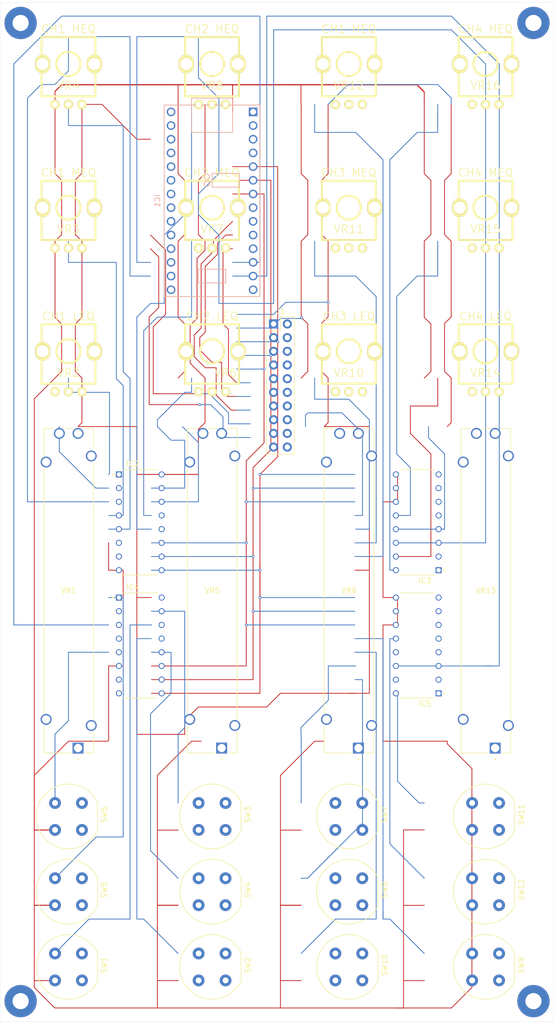
<source format=kicad_pcb>
(kicad_pcb (version 20171130) (host pcbnew "(5.1.10-1-10_14)")

  (general
    (thickness 1.6002)
    (drawings 5)
    (tracks 553)
    (zones 0)
    (modules 38)
    (nets 61)
  )

  (page USLetter)
  (title_block
    (rev 1)
  )

  (layers
    (0 Front signal)
    (31 Back signal)
    (34 B.Paste user)
    (35 F.Paste user)
    (36 B.SilkS user)
    (37 F.SilkS user)
    (38 B.Mask user)
    (39 F.Mask user)
    (44 Edge.Cuts user)
    (45 Margin user)
    (46 B.CrtYd user)
    (47 F.CrtYd user)
    (49 F.Fab user)
  )

  (setup
    (last_trace_width 0.1524)
    (user_trace_width 0.254)
    (user_trace_width 0.508)
    (user_trace_width 0.762)
    (trace_clearance 0.1524)
    (zone_clearance 0.508)
    (zone_45_only no)
    (trace_min 0.1524)
    (via_size 0.508)
    (via_drill 0.254)
    (via_min_size 0.508)
    (via_min_drill 0.254)
    (user_via 0.6858 0.3302)
    (user_via 0.889 0.381)
    (uvia_size 0.6858)
    (uvia_drill 0.1)
    (uvias_allowed no)
    (uvia_min_size 0)
    (uvia_min_drill 0)
    (edge_width 0.0381)
    (segment_width 0.254)
    (pcb_text_width 0.3048)
    (pcb_text_size 1.524 1.524)
    (mod_edge_width 0.127)
    (mod_text_size 0.762 0.762)
    (mod_text_width 0.127)
    (pad_size 6.000001 6.000001)
    (pad_drill 2.999999)
    (pad_to_mask_clearance 0.0508)
    (aux_axis_origin 0 0)
    (visible_elements FEFFFEFF)
    (pcbplotparams
      (layerselection 0x010fc_ffffffff)
      (usegerberextensions false)
      (usegerberattributes false)
      (usegerberadvancedattributes false)
      (creategerberjobfile false)
      (excludeedgelayer true)
      (linewidth 0.152400)
      (plotframeref false)
      (viasonmask false)
      (mode 1)
      (useauxorigin false)
      (hpglpennumber 1)
      (hpglpenspeed 20)
      (hpglpendiameter 15.000000)
      (psnegative false)
      (psa4output false)
      (plotreference true)
      (plotvalue false)
      (plotinvisibletext false)
      (padsonsilk false)
      (subtractmaskfromsilk true)
      (outputformat 1)
      (mirror false)
      (drillshape 0)
      (scaleselection 1)
      (outputdirectory "./gerbers"))
  )

  (net 0 "")
  (net 1 "Net-(IC1-Pad2)")
  (net 2 "Net-(IC1-Pad3)")
  (net 3 "Net-(IC1-Pad4)")
  (net 4 "Net-(IC1-Pad5)")
  (net 5 "Net-(IC1-Pad6)")
  (net 6 "Net-(IC1-Pad7)")
  (net 7 "Net-(IC1-Pad8)")
  (net 8 "Net-(IC1-Pad9)")
  (net 9 "Net-(IC1-Pad10)")
  (net 10 "Net-(IC1-Pad11)")
  (net 11 "Net-(IC1-Pad12)")
  (net 12 "Net-(IC1-Pad13)")
  (net 13 "Net-(IC1-Pad33)")
  (net 14 "Net-(IC1-Pad32)")
  (net 15 "Net-(IC1-Pad30)")
  (net 16 "Net-(IC1-Pad29)")
  (net 17 "Net-(IC1-Pad28)")
  (net 18 "Net-(IC1-Pad27)")
  (net 19 "Net-(IC1-Pad26)")
  (net 20 "Net-(IC1-Pad25)")
  (net 21 "Net-(IC1-Pad24)")
  (net 22 "Net-(IC1-Pad23)")
  (net 23 "Net-(IC1-Pad22)")
  (net 24 "Net-(IC1-Pad21)")
  (net 25 "Net-(IC1-Pad14)")
  (net 26 "Net-(IC1-Pad20)")
  (net 27 "Net-(IC2-Pad15)")
  (net 28 "Net-(IC2-Pad14)")
  (net 29 "Net-(IC2-Pad13)")
  (net 30 "Net-(IC2-Pad12)")
  (net 31 "Net-(IC2-Pad5)")
  (net 32 "Net-(IC2-Pad4)")
  (net 33 "Net-(IC2-Pad2)")
  (net 34 "Net-(IC2-Pad1)")
  (net 35 "Net-(IC3-Pad15)")
  (net 36 "Net-(IC3-Pad14)")
  (net 37 "Net-(IC3-Pad13)")
  (net 38 "Net-(IC3-Pad12)")
  (net 39 "Net-(IC3-Pad5)")
  (net 40 "Net-(IC3-Pad4)")
  (net 41 "Net-(IC3-Pad2)")
  (net 42 "Net-(IC3-Pad1)")
  (net 43 "Net-(IC4-Pad15)")
  (net 44 "Net-(IC4-Pad14)")
  (net 45 "Net-(IC4-Pad13)")
  (net 46 "Net-(IC4-Pad12)")
  (net 47 "Net-(IC4-Pad5)")
  (net 48 "Net-(IC4-Pad4)")
  (net 49 "Net-(IC4-Pad2)")
  (net 50 "Net-(IC4-Pad1)")
  (net 51 "Net-(IC5-Pad15)")
  (net 52 "Net-(IC5-Pad14)")
  (net 53 "Net-(IC5-Pad13)")
  (net 54 "Net-(IC5-Pad12)")
  (net 55 "Net-(IC5-Pad5)")
  (net 56 "Net-(IC5-Pad4)")
  (net 57 "Net-(IC5-Pad2)")
  (net 58 "Net-(IC5-Pad1)")
  (net 59 Earth)
  (net 60 VCC)

  (net_class Default "This is the default net class."
    (clearance 0.1524)
    (trace_width 0.1524)
    (via_dia 0.508)
    (via_drill 0.254)
    (uvia_dia 0.6858)
    (uvia_drill 0.1)
    (diff_pair_width 0.1524)
    (diff_pair_gap 0.1524)
    (add_net Earth)
    (add_net "Net-(IC1-Pad10)")
    (add_net "Net-(IC1-Pad11)")
    (add_net "Net-(IC1-Pad12)")
    (add_net "Net-(IC1-Pad13)")
    (add_net "Net-(IC1-Pad14)")
    (add_net "Net-(IC1-Pad2)")
    (add_net "Net-(IC1-Pad20)")
    (add_net "Net-(IC1-Pad21)")
    (add_net "Net-(IC1-Pad22)")
    (add_net "Net-(IC1-Pad23)")
    (add_net "Net-(IC1-Pad24)")
    (add_net "Net-(IC1-Pad25)")
    (add_net "Net-(IC1-Pad26)")
    (add_net "Net-(IC1-Pad27)")
    (add_net "Net-(IC1-Pad28)")
    (add_net "Net-(IC1-Pad29)")
    (add_net "Net-(IC1-Pad3)")
    (add_net "Net-(IC1-Pad30)")
    (add_net "Net-(IC1-Pad32)")
    (add_net "Net-(IC1-Pad33)")
    (add_net "Net-(IC1-Pad4)")
    (add_net "Net-(IC1-Pad5)")
    (add_net "Net-(IC1-Pad6)")
    (add_net "Net-(IC1-Pad7)")
    (add_net "Net-(IC1-Pad8)")
    (add_net "Net-(IC1-Pad9)")
    (add_net "Net-(IC2-Pad1)")
    (add_net "Net-(IC2-Pad12)")
    (add_net "Net-(IC2-Pad13)")
    (add_net "Net-(IC2-Pad14)")
    (add_net "Net-(IC2-Pad15)")
    (add_net "Net-(IC2-Pad2)")
    (add_net "Net-(IC2-Pad4)")
    (add_net "Net-(IC2-Pad5)")
    (add_net "Net-(IC3-Pad1)")
    (add_net "Net-(IC3-Pad12)")
    (add_net "Net-(IC3-Pad13)")
    (add_net "Net-(IC3-Pad14)")
    (add_net "Net-(IC3-Pad15)")
    (add_net "Net-(IC3-Pad2)")
    (add_net "Net-(IC3-Pad4)")
    (add_net "Net-(IC3-Pad5)")
    (add_net "Net-(IC4-Pad1)")
    (add_net "Net-(IC4-Pad12)")
    (add_net "Net-(IC4-Pad13)")
    (add_net "Net-(IC4-Pad14)")
    (add_net "Net-(IC4-Pad15)")
    (add_net "Net-(IC4-Pad2)")
    (add_net "Net-(IC4-Pad4)")
    (add_net "Net-(IC4-Pad5)")
    (add_net "Net-(IC5-Pad1)")
    (add_net "Net-(IC5-Pad12)")
    (add_net "Net-(IC5-Pad13)")
    (add_net "Net-(IC5-Pad14)")
    (add_net "Net-(IC5-Pad15)")
    (add_net "Net-(IC5-Pad2)")
    (add_net "Net-(IC5-Pad4)")
    (add_net "Net-(IC5-Pad5)")
    (add_net VCC)
  )

  (module ul_PTA4543-2015DPA103:PTA4543-2015DPA103 (layer Front) (tedit 618DB424) (tstamp 6181B554)
    (at 197.358 1092.2 180)
    (path /61842648)
    (fp_text reference VR9 (at 1.7399 29.21) (layer F.SilkS)
      (effects (font (size 1 1) (thickness 0.15)))
    )
    (fp_text value "" (at 1.7399 29.21) (layer F.SilkS)
      (effects (font (size 1 1) (thickness 0.15)))
    )
    (fp_circle (center 0 -2.0574) (end 0.127 -2.0574) (layer F.SilkS) (width 0.12))
    (fp_circle (center 0 -0.4064) (end 0.127 -0.4064) (layer F.Fab) (width 0.1))
    (fp_line (start 3.0099 49.1998) (end 0.4699 49.1998) (layer F.Fab) (width 0.1))
    (fp_line (start 3.0099 9.1948) (end 3.0099 49.1998) (layer F.Fab) (width 0.1))
    (fp_line (start 0.4699 9.1948) (end 3.0099 9.1948) (layer F.Fab) (width 0.1))
    (fp_line (start 0.4699 49.1998) (end 0.4699 9.1948) (layer F.Fab) (width 0.1))
    (fp_line (start 6.4897 59.4614) (end 4.7498 59.4614) (layer F.CrtYd) (width 0.05))
    (fp_line (start 6.4897 -1.0414) (end 6.4897 59.4614) (layer F.CrtYd) (width 0.05))
    (fp_line (start 1.27 -1.0414) (end 6.4897 -1.0414) (layer F.CrtYd) (width 0.05))
    (fp_line (start 1.27 -1.27) (end 1.27 -1.0414) (layer F.CrtYd) (width 0.05))
    (fp_line (start -1.27 -1.27) (end 1.27 -1.27) (layer F.CrtYd) (width 0.05))
    (fp_line (start -1.27 -1.0414) (end -1.27 -1.27) (layer F.CrtYd) (width 0.05))
    (fp_line (start -3.0099 -1.0414) (end -1.27 -1.0414) (layer F.CrtYd) (width 0.05))
    (fp_line (start -3.0099 59.4614) (end -3.0099 -1.0414) (layer F.CrtYd) (width 0.05))
    (fp_line (start -1.27 59.4614) (end -3.0099 59.4614) (layer F.CrtYd) (width 0.05))
    (fp_line (start -1.27 59.69) (end -1.27 59.4614) (layer F.CrtYd) (width 0.05))
    (fp_line (start 4.7498 59.69) (end -1.27 59.69) (layer F.CrtYd) (width 0.05))
    (fp_line (start 4.7498 59.4614) (end 4.7498 59.69) (layer F.CrtYd) (width 0.05))
    (fp_line (start 6.3627 51.820949) (end 6.3627 6.599051) (layer F.SilkS) (width 0.12))
    (fp_line (start 6.3627 4.043549) (end 6.3627 -0.9144) (layer F.SilkS) (width 0.12))
    (fp_line (start -2.8829 55.506751) (end -2.8829 59.3344) (layer F.SilkS) (width 0.12))
    (fp_line (start -2.8829 5.468751) (end -2.8829 52.951249) (layer F.SilkS) (width 0.12))
    (fp_line (start 4.47125 59.3344) (end 6.3627 59.3344) (layer F.SilkS) (width 0.12))
    (fp_line (start 0.99145 59.3344) (end 2.48835 59.3344) (layer F.SilkS) (width 0.12))
    (fp_line (start -1.34874 -0.9144) (end -2.8829 -0.9144) (layer F.SilkS) (width 0.12))
    (fp_line (start -2.7559 -0.7874) (end -2.7559 59.2074) (layer F.Fab) (width 0.1))
    (fp_line (start 6.2357 -0.7874) (end -2.7559 -0.7874) (layer F.Fab) (width 0.1))
    (fp_line (start 6.2357 59.2074) (end 6.2357 -0.7874) (layer F.Fab) (width 0.1))
    (fp_line (start -2.7559 59.2074) (end 6.2357 59.2074) (layer F.Fab) (width 0.1))
    (fp_line (start -2.8829 -0.9144) (end -2.8829 2.913249) (layer F.SilkS) (width 0.12))
    (fp_line (start 6.3627 -0.9144) (end 1.34874 -0.9144) (layer F.SilkS) (width 0.12))
    (fp_line (start 6.3627 59.3344) (end 6.3627 54.376451) (layer F.SilkS) (width 0.12))
    (fp_line (start -2.8829 59.3344) (end -0.99145 59.3344) (layer F.SilkS) (width 0.12))
    (fp_line (start 3.0099 49.1998) (end 0.4699 49.1998) (layer F.Fab) (width 0.1))
    (fp_line (start 3.0099 9.2202) (end 3.0099 49.1998) (layer F.Fab) (width 0.1))
    (fp_line (start 0.4699 9.2202) (end 3.0099 9.2202) (layer F.Fab) (width 0.1))
    (fp_line (start 0.4699 49.1998) (end 0.4699 9.2202) (layer F.Fab) (width 0.1))
    (fp_text user * (at 0 0) (layer F.Fab)
      (effects (font (size 1 1) (thickness 0.15)))
    )
    (fp_text user * (at 0 0) (layer F.SilkS)
      (effects (font (size 1 1) (thickness 0.15)))
    )
    (fp_text user "Copyright 2021 Accelerated Designs. All rights reserved." (at 0 0) (layer Cmts.User)
      (effects (font (size 0.127 0.127) (thickness 0.002)))
    )
    (pad 7 thru_hole circle (at 5.9309 53.0987 180) (size 2.032 2.032) (drill 1.524) (layers *.Cu *.Mask))
    (pad 6 thru_hole circle (at 5.9309 5.3213 180) (size 2.032 2.032) (drill 1.524) (layers *.Cu *.Mask))
    (pad 5 thru_hole circle (at -2.4511 54.229 180) (size 2.032 2.032) (drill 1.524) (layers *.Cu *.Mask))
    (pad 4 thru_hole circle (at -2.4511 4.191 180) (size 2.032 2.032) (drill 1.524) (layers *.Cu *.Mask))
    (pad 2 thru_hole circle (at 3.4798 58.42 180) (size 2.032 2.032) (drill 1.524) (layers *.Cu *.Mask)
      (net 38 "Net-(IC3-Pad12)"))
    (pad 1 thru_hole circle (at 0 58.42 180) (size 2.032 2.032) (drill 1.524) (layers *.Cu *.Mask)
      (net 60 VCC))
    (pad 3 thru_hole rect (at 0 0 180) (size 2.032 2.032) (drill 1.524) (layers *.Cu *.Mask)
      (net 59 Earth))
  )

  (module Connector_PinHeader_2.54mm:PinHeader_2x10_P2.54mm_Vertical (layer Front) (tedit 59FED5CC) (tstamp 61BE0591)
    (at 181.61 1013.46)
    (descr "Through hole straight pin header, 2x10, 2.54mm pitch, double rows")
    (tags "Through hole pin header THT 2x10 2.54mm double row")
    (path /61BE4692)
    (fp_text reference J1 (at 1.27 -2.33) (layer F.SilkS)
      (effects (font (size 1 1) (thickness 0.15)))
    )
    (fp_text value Conn_02x10_Counter_Clockwise (at 1.27 25.19) (layer F.Fab)
      (effects (font (size 1 1) (thickness 0.15)))
    )
    (fp_line (start 0 -1.27) (end 3.81 -1.27) (layer F.Fab) (width 0.1))
    (fp_line (start 3.81 -1.27) (end 3.81 24.13) (layer F.Fab) (width 0.1))
    (fp_line (start 3.81 24.13) (end -1.27 24.13) (layer F.Fab) (width 0.1))
    (fp_line (start -1.27 24.13) (end -1.27 0) (layer F.Fab) (width 0.1))
    (fp_line (start -1.27 0) (end 0 -1.27) (layer F.Fab) (width 0.1))
    (fp_line (start -1.33 24.19) (end 3.87 24.19) (layer F.SilkS) (width 0.12))
    (fp_line (start -1.33 1.27) (end -1.33 24.19) (layer F.SilkS) (width 0.12))
    (fp_line (start 3.87 -1.33) (end 3.87 24.19) (layer F.SilkS) (width 0.12))
    (fp_line (start -1.33 1.27) (end 1.27 1.27) (layer F.SilkS) (width 0.12))
    (fp_line (start 1.27 1.27) (end 1.27 -1.33) (layer F.SilkS) (width 0.12))
    (fp_line (start 1.27 -1.33) (end 3.87 -1.33) (layer F.SilkS) (width 0.12))
    (fp_line (start -1.33 0) (end -1.33 -1.33) (layer F.SilkS) (width 0.12))
    (fp_line (start -1.33 -1.33) (end 0 -1.33) (layer F.SilkS) (width 0.12))
    (fp_line (start -1.8 -1.8) (end -1.8 24.65) (layer F.CrtYd) (width 0.05))
    (fp_line (start -1.8 24.65) (end 4.35 24.65) (layer F.CrtYd) (width 0.05))
    (fp_line (start 4.35 24.65) (end 4.35 -1.8) (layer F.CrtYd) (width 0.05))
    (fp_line (start 4.35 -1.8) (end -1.8 -1.8) (layer F.CrtYd) (width 0.05))
    (fp_text user %R (at 1.27 11.43 90) (layer F.Fab)
      (effects (font (size 1 1) (thickness 0.15)))
    )
    (pad 20 thru_hole oval (at 2.54 22.86) (size 1.7 1.7) (drill 1) (layers *.Cu *.Mask)
      (net 22 "Net-(IC1-Pad23)"))
    (pad 19 thru_hole oval (at 0 22.86) (size 1.7 1.7) (drill 1) (layers *.Cu *.Mask)
      (net 22 "Net-(IC1-Pad23)"))
    (pad 18 thru_hole oval (at 2.54 20.32) (size 1.7 1.7) (drill 1) (layers *.Cu *.Mask)
      (net 21 "Net-(IC1-Pad24)"))
    (pad 17 thru_hole oval (at 0 20.32) (size 1.7 1.7) (drill 1) (layers *.Cu *.Mask)
      (net 21 "Net-(IC1-Pad24)"))
    (pad 16 thru_hole oval (at 2.54 17.78) (size 1.7 1.7) (drill 1) (layers *.Cu *.Mask)
      (net 8 "Net-(IC1-Pad9)"))
    (pad 15 thru_hole oval (at 0 17.78) (size 1.7 1.7) (drill 1) (layers *.Cu *.Mask)
      (net 8 "Net-(IC1-Pad9)"))
    (pad 14 thru_hole oval (at 2.54 15.24) (size 1.7 1.7) (drill 1) (layers *.Cu *.Mask)
      (net 9 "Net-(IC1-Pad10)"))
    (pad 13 thru_hole oval (at 0 15.24) (size 1.7 1.7) (drill 1) (layers *.Cu *.Mask)
      (net 9 "Net-(IC1-Pad10)"))
    (pad 12 thru_hole oval (at 2.54 12.7) (size 1.7 1.7) (drill 1) (layers *.Cu *.Mask)
      (net 10 "Net-(IC1-Pad11)"))
    (pad 11 thru_hole oval (at 0 12.7) (size 1.7 1.7) (drill 1) (layers *.Cu *.Mask)
      (net 10 "Net-(IC1-Pad11)"))
    (pad 10 thru_hole oval (at 2.54 10.16) (size 1.7 1.7) (drill 1) (layers *.Cu *.Mask)
      (net 6 "Net-(IC1-Pad7)"))
    (pad 9 thru_hole oval (at 0 10.16) (size 1.7 1.7) (drill 1) (layers *.Cu *.Mask)
      (net 6 "Net-(IC1-Pad7)"))
    (pad 8 thru_hole oval (at 2.54 7.62) (size 1.7 1.7) (drill 1) (layers *.Cu *.Mask)
      (net 5 "Net-(IC1-Pad6)"))
    (pad 7 thru_hole oval (at 0 7.62) (size 1.7 1.7) (drill 1) (layers *.Cu *.Mask)
      (net 5 "Net-(IC1-Pad6)"))
    (pad 6 thru_hole oval (at 2.54 5.08) (size 1.7 1.7) (drill 1) (layers *.Cu *.Mask)
      (net 4 "Net-(IC1-Pad5)"))
    (pad 5 thru_hole oval (at 0 5.08) (size 1.7 1.7) (drill 1) (layers *.Cu *.Mask)
      (net 4 "Net-(IC1-Pad5)"))
    (pad 4 thru_hole oval (at 2.54 2.54) (size 1.7 1.7) (drill 1) (layers *.Cu *.Mask)
      (net 59 Earth))
    (pad 3 thru_hole oval (at 0 2.54) (size 1.7 1.7) (drill 1) (layers *.Cu *.Mask)
      (net 59 Earth))
    (pad 2 thru_hole oval (at 2.54 0) (size 1.7 1.7) (drill 1) (layers *.Cu *.Mask)
      (net 60 VCC))
    (pad 1 thru_hole rect (at 0 0) (size 1.7 1.7) (drill 1) (layers *.Cu *.Mask)
      (net 60 VCC))
    (model ${KISYS3DMOD}/Connector_PinHeader_2.54mm.3dshapes/PinHeader_2x10_P2.54mm_Vertical.wrl
      (at (xyz 0 0 0))
      (scale (xyz 1 1 1))
      (rotate (xyz 0 0 0))
    )
  )

  (module MountingHole:MountingHole_3mm_Pad (layer Front) (tedit 61F619F3) (tstamp 61BC03E9)
    (at 229.87 1139.19)
    (descr "Mounting Hole 3mm")
    (tags "mounting hole 3mm")
    (attr virtual)
    (fp_text reference "" (at 0 -4) (layer F.SilkS)
      (effects (font (size 1 1) (thickness 0.15)))
    )
    (fp_text value "" (at 0 4) (layer F.Fab)
      (effects (font (size 1 1) (thickness 0.15)))
    )
    (fp_circle (center 0 0) (end 3 0) (layer Cmts.User) (width 0.15))
    (fp_circle (center 0 0) (end 3.25 0) (layer F.CrtYd) (width 0.05))
    (fp_text user %R (at 0.3 0) (layer F.Fab)
      (effects (font (size 1 1) (thickness 0.15)))
    )
    (pad 1 thru_hole circle (at 0 0) (size 6.000001 6.000001) (drill 2.999999) (layers *.Cu *.Mask))
  )

  (module MountingHole:MountingHole_3mm_Pad (layer Front) (tedit 56D1B4CB) (tstamp 61BC03E9)
    (at 134.62 1139.19)
    (descr "Mounting Hole 3mm")
    (tags "mounting hole 3mm")
    (attr virtual)
    (fp_text reference "" (at 0 -4) (layer F.SilkS)
      (effects (font (size 1 1) (thickness 0.15)))
    )
    (fp_text value "" (at 0 4) (layer F.Fab)
      (effects (font (size 1 1) (thickness 0.15)))
    )
    (fp_circle (center 0 0) (end 3 0) (layer Cmts.User) (width 0.15))
    (fp_circle (center 0 0) (end 3.25 0) (layer F.CrtYd) (width 0.05))
    (fp_text user %R (at 0.3 0) (layer F.Fab)
      (effects (font (size 1 1) (thickness 0.15)))
    )
    (pad 1 thru_hole circle (at 0 0) (size 6 6) (drill 3) (layers *.Cu *.Mask))
  )

  (module D6R90_F1_LFS:SW_D6R90_F1_LFS (layer Front) (tedit 61A43DD7) (tstamp 61BBDC93)
    (at 220.98 1118.87 270)
    (path /61BD1955)
    (fp_text reference SW12 (at -0.325 -6.635 90) (layer F.SilkS)
      (effects (font (size 1 1) (thickness 0.15)))
    )
    (fp_text value SW_SPST (at 6.025 7.135 90) (layer F.Fab)
      (effects (font (size 1 1) (thickness 0.15)))
    )
    (fp_line (start -2.672 -5.65) (end 2.672 -5.65) (layer F.CrtYd) (width 0.05))
    (fp_line (start -2.615 -5.4) (end 2.615 -5.4) (layer F.Fab) (width 0.127))
    (fp_circle (center 0 0) (end 4.5 0) (layer F.Fab) (width 0.127))
    (fp_line (start -2.615 -5.4) (end 2.615 -5.4) (layer F.SilkS) (width 0.127))
    (fp_arc (start 0.00162 -0.000989) (end 6.25 0) (angle -64.7082) (layer F.CrtYd) (width 0.05))
    (fp_arc (start 0.0003 0.000227) (end -2.672 -5.65) (angle -64.6859) (layer F.CrtYd) (width 0.05))
    (fp_arc (start 0 0) (end 6.25 0) (angle 180) (layer F.CrtYd) (width 0.05))
    (fp_arc (start 0.000693 0.000599) (end -2.615 -5.4) (angle -64.1518) (layer F.Fab) (width 0.127))
    (fp_arc (start -0.003218 0.002181) (end 2.615 -5.4) (angle 64.1216) (layer F.Fab) (width 0.127))
    (fp_arc (start 0 0) (end 6 0) (angle 180) (layer F.Fab) (width 0.127))
    (fp_arc (start 0.000693 0.000599) (end -2.615 -5.4) (angle -64.1518) (layer F.SilkS) (width 0.127))
    (fp_arc (start -0.003218 0.002181) (end 2.615 -5.4) (angle 64.1216) (layer F.SilkS) (width 0.127))
    (fp_arc (start 0 0) (end 6 0) (angle 180) (layer F.SilkS) (width 0.127))
    (pad 4 thru_hole circle (at 2.5 -2.5 270) (size 2.2 2.2) (drill 1.1) (layers *.Cu *.Mask))
    (pad 2 thru_hole circle (at 2.5 2.5 270) (size 2.2 2.2) (drill 1.1) (layers *.Cu *.Mask)
      (net 59 Earth))
    (pad 1 thru_hole circle (at -2.5 2.5 270) (size 2.2 2.2) (drill 1.1) (layers *.Cu *.Mask)
      (net 55 "Net-(IC5-Pad5)"))
    (pad 3 thru_hole circle (at -2.5 -2.5 270) (size 2.2 2.2) (drill 1.1) (layers *.Cu *.Mask))
  )

  (module D6R90_F1_LFS:SW_D6R90_F1_LFS (layer Front) (tedit 61A43DD7) (tstamp 61BBDC7E)
    (at 220.98 1104.9 270)
    (path /61BCB6C5)
    (fp_text reference SW11 (at -0.325 -6.635 90) (layer F.SilkS)
      (effects (font (size 1 1) (thickness 0.15)))
    )
    (fp_text value SW_SPST (at 6.025 7.135 90) (layer F.Fab)
      (effects (font (size 1 1) (thickness 0.15)))
    )
    (fp_line (start -2.672 -5.65) (end 2.672 -5.65) (layer F.CrtYd) (width 0.05))
    (fp_line (start -2.615 -5.4) (end 2.615 -5.4) (layer F.Fab) (width 0.127))
    (fp_circle (center 0 0) (end 4.5 0) (layer F.Fab) (width 0.127))
    (fp_line (start -2.615 -5.4) (end 2.615 -5.4) (layer F.SilkS) (width 0.127))
    (fp_arc (start 0.00162 -0.000989) (end 6.25 0) (angle -64.7082) (layer F.CrtYd) (width 0.05))
    (fp_arc (start 0.0003 0.000227) (end -2.672 -5.65) (angle -64.6859) (layer F.CrtYd) (width 0.05))
    (fp_arc (start 0 0) (end 6.25 0) (angle 180) (layer F.CrtYd) (width 0.05))
    (fp_arc (start 0.000693 0.000599) (end -2.615 -5.4) (angle -64.1518) (layer F.Fab) (width 0.127))
    (fp_arc (start -0.003218 0.002181) (end 2.615 -5.4) (angle 64.1216) (layer F.Fab) (width 0.127))
    (fp_arc (start 0 0) (end 6 0) (angle 180) (layer F.Fab) (width 0.127))
    (fp_arc (start 0.000693 0.000599) (end -2.615 -5.4) (angle -64.1518) (layer F.SilkS) (width 0.127))
    (fp_arc (start -0.003218 0.002181) (end 2.615 -5.4) (angle 64.1216) (layer F.SilkS) (width 0.127))
    (fp_arc (start 0 0) (end 6 0) (angle 180) (layer F.SilkS) (width 0.127))
    (pad 4 thru_hole circle (at 2.5 -2.5 270) (size 2.2 2.2) (drill 1.1) (layers *.Cu *.Mask))
    (pad 2 thru_hole circle (at 2.5 2.5 270) (size 2.2 2.2) (drill 1.1) (layers *.Cu *.Mask)
      (net 59 Earth))
    (pad 1 thru_hole circle (at -2.5 2.5 270) (size 2.2 2.2) (drill 1.1) (layers *.Cu *.Mask)
      (net 58 "Net-(IC5-Pad1)"))
    (pad 3 thru_hole circle (at -2.5 -2.5 270) (size 2.2 2.2) (drill 1.1) (layers *.Cu *.Mask))
  )

  (module D6R90_F1_LFS:SW_D6R90_F1_LFS (layer Front) (tedit 61A43DD7) (tstamp 61BBDBC9)
    (at 143.51 1104.9 270)
    (path /61BC4B61)
    (fp_text reference SW6 (at -0.325 -6.635 90) (layer F.SilkS)
      (effects (font (size 1 1) (thickness 0.15)))
    )
    (fp_text value SW_SPST (at 6.025 7.135 90) (layer F.Fab)
      (effects (font (size 1 1) (thickness 0.15)))
    )
    (fp_line (start -2.672 -5.65) (end 2.672 -5.65) (layer F.CrtYd) (width 0.05))
    (fp_line (start -2.615 -5.4) (end 2.615 -5.4) (layer F.Fab) (width 0.127))
    (fp_circle (center 0 0) (end 4.5 0) (layer F.Fab) (width 0.127))
    (fp_line (start -2.615 -5.4) (end 2.615 -5.4) (layer F.SilkS) (width 0.127))
    (fp_arc (start 0.00162 -0.000989) (end 6.25 0) (angle -64.7082) (layer F.CrtYd) (width 0.05))
    (fp_arc (start 0.0003 0.000227) (end -2.672 -5.65) (angle -64.6859) (layer F.CrtYd) (width 0.05))
    (fp_arc (start 0 0) (end 6.25 0) (angle 180) (layer F.CrtYd) (width 0.05))
    (fp_arc (start 0.000693 0.000599) (end -2.615 -5.4) (angle -64.1518) (layer F.Fab) (width 0.127))
    (fp_arc (start -0.003218 0.002181) (end 2.615 -5.4) (angle 64.1216) (layer F.Fab) (width 0.127))
    (fp_arc (start 0 0) (end 6 0) (angle 180) (layer F.Fab) (width 0.127))
    (fp_arc (start 0.000693 0.000599) (end -2.615 -5.4) (angle -64.1518) (layer F.SilkS) (width 0.127))
    (fp_arc (start -0.003218 0.002181) (end 2.615 -5.4) (angle 64.1216) (layer F.SilkS) (width 0.127))
    (fp_arc (start 0 0) (end 6 0) (angle 180) (layer F.SilkS) (width 0.127))
    (pad 4 thru_hole circle (at 2.5 -2.5 270) (size 2.2 2.2) (drill 1.1) (layers *.Cu *.Mask))
    (pad 2 thru_hole circle (at 2.5 2.5 270) (size 2.2 2.2) (drill 1.1) (layers *.Cu *.Mask)
      (net 59 Earth))
    (pad 1 thru_hole circle (at -2.5 2.5 270) (size 2.2 2.2) (drill 1.1) (layers *.Cu *.Mask)
      (net 47 "Net-(IC4-Pad5)"))
    (pad 3 thru_hole circle (at -2.5 -2.5 270) (size 2.2 2.2) (drill 1.1) (layers *.Cu *.Mask))
  )

  (module D6R90_F1_LFS:SW_D6R90_F1_LFS (layer Front) (tedit 61A43DD7) (tstamp 61BBDBB4)
    (at 143.51 1118.87 270)
    (path /61BBD828)
    (fp_text reference SW5 (at -0.325 -6.635 90) (layer F.SilkS)
      (effects (font (size 1 1) (thickness 0.15)))
    )
    (fp_text value SW_SPST (at 6.025 7.135 90) (layer F.Fab)
      (effects (font (size 1 1) (thickness 0.15)))
    )
    (fp_line (start -2.672 -5.65) (end 2.672 -5.65) (layer F.CrtYd) (width 0.05))
    (fp_line (start -2.615 -5.4) (end 2.615 -5.4) (layer F.Fab) (width 0.127))
    (fp_circle (center 0 0) (end 4.5 0) (layer F.Fab) (width 0.127))
    (fp_line (start -2.615 -5.4) (end 2.615 -5.4) (layer F.SilkS) (width 0.127))
    (fp_arc (start 0.00162 -0.000989) (end 6.25 0) (angle -64.7082) (layer F.CrtYd) (width 0.05))
    (fp_arc (start 0.0003 0.000227) (end -2.672 -5.65) (angle -64.6859) (layer F.CrtYd) (width 0.05))
    (fp_arc (start 0 0) (end 6.25 0) (angle 180) (layer F.CrtYd) (width 0.05))
    (fp_arc (start 0.000693 0.000599) (end -2.615 -5.4) (angle -64.1518) (layer F.Fab) (width 0.127))
    (fp_arc (start -0.003218 0.002181) (end 2.615 -5.4) (angle 64.1216) (layer F.Fab) (width 0.127))
    (fp_arc (start 0 0) (end 6 0) (angle 180) (layer F.Fab) (width 0.127))
    (fp_arc (start 0.000693 0.000599) (end -2.615 -5.4) (angle -64.1518) (layer F.SilkS) (width 0.127))
    (fp_arc (start -0.003218 0.002181) (end 2.615 -5.4) (angle 64.1216) (layer F.SilkS) (width 0.127))
    (fp_arc (start 0 0) (end 6 0) (angle 180) (layer F.SilkS) (width 0.127))
    (pad 4 thru_hole circle (at 2.5 -2.5 270) (size 2.2 2.2) (drill 1.1) (layers *.Cu *.Mask))
    (pad 2 thru_hole circle (at 2.5 2.5 270) (size 2.2 2.2) (drill 1.1) (layers *.Cu *.Mask)
      (net 59 Earth))
    (pad 1 thru_hole circle (at -2.5 2.5 270) (size 2.2 2.2) (drill 1.1) (layers *.Cu *.Mask)
      (net 50 "Net-(IC4-Pad1)"))
    (pad 3 thru_hole circle (at -2.5 -2.5 270) (size 2.2 2.2) (drill 1.1) (layers *.Cu *.Mask))
  )

  (module "alpha RD901F:RD901F-ALPHA-POT" (layer Front) (tedit 618DBECE) (tstamp 6181B512)
    (at 170.18 991.87)
    (path /617E56AB)
    (fp_text reference VR7 (at 0 4) (layer F.SilkS)
      (effects (font (size 1.5 1.5) (thickness 0.15)))
    )
    (fp_text value "CH2 MEQ" (at 0 -6.5) (layer F.SilkS)
      (effects (font (size 1.5 1.5) (thickness 0.15)))
    )
    (fp_circle (center 0 0) (end 1 2) (layer F.SilkS) (width 0.381))
    (fp_line (start -5 0) (end -5 -5) (layer F.SilkS) (width 0.381))
    (fp_line (start -5 -5) (end 5 -5) (layer F.SilkS) (width 0.381))
    (fp_line (start 5 -5) (end 5 6) (layer F.SilkS) (width 0.381))
    (fp_line (start 5 6) (end -5 6) (layer F.SilkS) (width 0.381))
    (fp_line (start -5 6) (end -5 0) (layer F.SilkS) (width 0.381))
    (pad 3 thru_hole circle (at -2.5 7.5) (size 1.75 1.75) (drill 1) (layers *.Cu *.Mask F.SilkS)
      (net 59 Earth))
    (pad 2 thru_hole circle (at 0 7.5) (size 1.75 1.75) (drill 1) (layers *.Cu *.Mask F.SilkS)
      (net 29 "Net-(IC2-Pad13)"))
    (pad 1 thru_hole circle (at 2.5 7.5) (size 1.75 1.75) (drill 1) (layers *.Cu *.Mask F.SilkS)
      (net 60 VCC))
    (pad "" thru_hole oval (at -4.8 0) (size 2.8 3.5) (drill 2.2) (layers *.Cu *.Mask F.SilkS))
    (pad "" thru_hole oval (at 4.8 0) (size 2.8 3.5) (drill 2.2) (layers *.Cu *.Mask F.SilkS))
    (model "E:/Documents/KiCad/MyLibs/MyModules/3D models/VRML2/ALPHA-9MM-RV09AF-40.wrl"
      (at (xyz 0 0 0))
      (scale (xyz 0.3937 0.3937 0.3937))
      (rotate (xyz 0 180 0))
    )
  )

  (module ul_PTA4543-2015DPA103:PTA4543-2015DPA103 (layer Front) (tedit 618DB424) (tstamp 6181B494)
    (at 145.288 1092.2 180)
    (path /617D32CB)
    (fp_text reference VR1 (at 1.7399 29.21 180) (layer F.SilkS)
      (effects (font (size 1 1) (thickness 0.15)))
    )
    (fp_text value "" (at 1.7399 29.21 180) (layer F.SilkS)
      (effects (font (size 1 1) (thickness 0.15)))
    )
    (fp_circle (center 0 -2.0574) (end 0.127 -2.0574) (layer F.SilkS) (width 0.12))
    (fp_circle (center 0 -0.4064) (end 0.127 -0.4064) (layer F.Fab) (width 0.1))
    (fp_line (start 3.0099 49.1998) (end 0.4699 49.1998) (layer F.Fab) (width 0.1))
    (fp_line (start 3.0099 9.1948) (end 3.0099 49.1998) (layer F.Fab) (width 0.1))
    (fp_line (start 0.4699 9.1948) (end 3.0099 9.1948) (layer F.Fab) (width 0.1))
    (fp_line (start 0.4699 49.1998) (end 0.4699 9.1948) (layer F.Fab) (width 0.1))
    (fp_line (start 6.4897 59.4614) (end 4.7498 59.4614) (layer F.CrtYd) (width 0.05))
    (fp_line (start 6.4897 -1.0414) (end 6.4897 59.4614) (layer F.CrtYd) (width 0.05))
    (fp_line (start 1.27 -1.0414) (end 6.4897 -1.0414) (layer F.CrtYd) (width 0.05))
    (fp_line (start 1.27 -1.27) (end 1.27 -1.0414) (layer F.CrtYd) (width 0.05))
    (fp_line (start -1.27 -1.27) (end 1.27 -1.27) (layer F.CrtYd) (width 0.05))
    (fp_line (start -1.27 -1.0414) (end -1.27 -1.27) (layer F.CrtYd) (width 0.05))
    (fp_line (start -3.0099 -1.0414) (end -1.27 -1.0414) (layer F.CrtYd) (width 0.05))
    (fp_line (start -3.0099 59.4614) (end -3.0099 -1.0414) (layer F.CrtYd) (width 0.05))
    (fp_line (start -1.27 59.4614) (end -3.0099 59.4614) (layer F.CrtYd) (width 0.05))
    (fp_line (start -1.27 59.69) (end -1.27 59.4614) (layer F.CrtYd) (width 0.05))
    (fp_line (start 4.7498 59.69) (end -1.27 59.69) (layer F.CrtYd) (width 0.05))
    (fp_line (start 4.7498 59.4614) (end 4.7498 59.69) (layer F.CrtYd) (width 0.05))
    (fp_line (start 6.3627 51.820949) (end 6.3627 6.599051) (layer F.SilkS) (width 0.12))
    (fp_line (start 6.3627 4.043549) (end 6.3627 -0.9144) (layer F.SilkS) (width 0.12))
    (fp_line (start -2.8829 55.506751) (end -2.8829 59.3344) (layer F.SilkS) (width 0.12))
    (fp_line (start -2.8829 5.468751) (end -2.8829 52.951249) (layer F.SilkS) (width 0.12))
    (fp_line (start 4.47125 59.3344) (end 6.3627 59.3344) (layer F.SilkS) (width 0.12))
    (fp_line (start 0.99145 59.3344) (end 2.48835 59.3344) (layer F.SilkS) (width 0.12))
    (fp_line (start -1.34874 -0.9144) (end -2.8829 -0.9144) (layer F.SilkS) (width 0.12))
    (fp_line (start -2.7559 -0.7874) (end -2.7559 59.2074) (layer F.Fab) (width 0.1))
    (fp_line (start 6.2357 -0.7874) (end -2.7559 -0.7874) (layer F.Fab) (width 0.1))
    (fp_line (start 6.2357 59.2074) (end 6.2357 -0.7874) (layer F.Fab) (width 0.1))
    (fp_line (start -2.7559 59.2074) (end 6.2357 59.2074) (layer F.Fab) (width 0.1))
    (fp_line (start -2.8829 -0.9144) (end -2.8829 2.913249) (layer F.SilkS) (width 0.12))
    (fp_line (start 6.3627 -0.9144) (end 1.34874 -0.9144) (layer F.SilkS) (width 0.12))
    (fp_line (start 6.3627 59.3344) (end 6.3627 54.376451) (layer F.SilkS) (width 0.12))
    (fp_line (start -2.8829 59.3344) (end -0.99145 59.3344) (layer F.SilkS) (width 0.12))
    (fp_line (start 3.0099 49.1998) (end 0.4699 49.1998) (layer F.Fab) (width 0.1))
    (fp_line (start 3.0099 9.2202) (end 3.0099 49.1998) (layer F.Fab) (width 0.1))
    (fp_line (start 0.4699 9.2202) (end 3.0099 9.2202) (layer F.Fab) (width 0.1))
    (fp_line (start 0.4699 49.1998) (end 0.4699 9.2202) (layer F.Fab) (width 0.1))
    (fp_text user * (at 0 0 180) (layer F.Fab)
      (effects (font (size 1 1) (thickness 0.15)))
    )
    (fp_text user * (at 0 0 180) (layer F.SilkS)
      (effects (font (size 1 1) (thickness 0.15)))
    )
    (fp_text user "Copyright 2021 Accelerated Designs. All rights reserved." (at 0 0 180) (layer Cmts.User)
      (effects (font (size 0.127 0.127) (thickness 0.002)))
    )
    (pad 7 thru_hole circle (at 5.9309 53.0987 180) (size 2.032 2.032) (drill 1.524) (layers *.Cu *.Mask))
    (pad 6 thru_hole circle (at 5.9309 5.3213 180) (size 2.032 2.032) (drill 1.524) (layers *.Cu *.Mask))
    (pad 5 thru_hole circle (at -2.4511 54.229 180) (size 2.032 2.032) (drill 1.524) (layers *.Cu *.Mask))
    (pad 4 thru_hole circle (at -2.4511 4.191 180) (size 2.032 2.032) (drill 1.524) (layers *.Cu *.Mask))
    (pad 2 thru_hole circle (at 3.4798 58.42 180) (size 2.032 2.032) (drill 1.524) (layers *.Cu *.Mask)
      (net 33 "Net-(IC2-Pad2)"))
    (pad 1 thru_hole circle (at 0 58.42 180) (size 2.032 2.032) (drill 1.524) (layers *.Cu *.Mask)
      (net 60 VCC))
    (pad 3 thru_hole rect (at 0 0 180) (size 2.032 2.032) (drill 1.524) (layers *.Cu *.Mask)
      (net 59 Earth))
  )

  (module CD74HC4051E:DIP794W45P254L1969H508Q16 (layer Front) (tedit 618097AC) (tstamp 618A8E17)
    (at 156.845 1050.29)
    (path /617BAC20)
    (fp_text reference IC2 (at -1.425 -10.835) (layer F.SilkS)
      (effects (font (size 1 1) (thickness 0.15)))
    )
    (fp_text value 74HC4051 (at 11.275 10.835) (layer F.Fab)
      (effects (font (size 1 1) (thickness 0.15)))
    )
    (fp_circle (center -5.035 -8.89) (end -4.935 -8.89) (layer F.SilkS) (width 0.2))
    (fp_circle (center -5.035 -8.89) (end -4.935 -8.89) (layer F.Fab) (width 0.2))
    (fp_line (start -3.175 -9.6525) (end 3.175 -9.6525) (layer F.Fab) (width 0.127))
    (fp_line (start -3.175 9.6525) (end 3.175 9.6525) (layer F.Fab) (width 0.127))
    (fp_line (start -3.175 -9.775) (end 3.175 -9.775) (layer F.SilkS) (width 0.127))
    (fp_line (start -3.175 9.775) (end 3.175 9.775) (layer F.SilkS) (width 0.127))
    (fp_line (start -3.175 -9.6525) (end -3.175 9.6525) (layer F.Fab) (width 0.127))
    (fp_line (start 3.175 -9.6525) (end 3.175 9.6525) (layer F.Fab) (width 0.127))
    (fp_line (start 4.785 -10.095) (end -4.785 -10.095) (layer F.CrtYd) (width 0.05))
    (fp_line (start 4.785 10.095) (end -4.785 10.095) (layer F.CrtYd) (width 0.05))
    (fp_line (start 4.785 -10.095) (end 4.785 10.095) (layer F.CrtYd) (width 0.05))
    (fp_line (start -4.785 -10.095) (end -4.785 10.095) (layer F.CrtYd) (width 0.05))
    (pad 16 thru_hole circle (at 3.97 -8.89) (size 1.13 1.13) (drill 0.78) (layers *.Cu *.Mask)
      (net 60 VCC))
    (pad 15 thru_hole circle (at 3.97 -6.35) (size 1.13 1.13) (drill 0.78) (layers *.Cu *.Mask)
      (net 27 "Net-(IC2-Pad15)"))
    (pad 14 thru_hole circle (at 3.97 -3.81) (size 1.13 1.13) (drill 0.78) (layers *.Cu *.Mask)
      (net 28 "Net-(IC2-Pad14)"))
    (pad 13 thru_hole circle (at 3.97 -1.27) (size 1.13 1.13) (drill 0.78) (layers *.Cu *.Mask)
      (net 29 "Net-(IC2-Pad13)"))
    (pad 12 thru_hole circle (at 3.97 1.27) (size 1.13 1.13) (drill 0.78) (layers *.Cu *.Mask)
      (net 30 "Net-(IC2-Pad12)"))
    (pad 11 thru_hole circle (at 3.97 3.81) (size 1.13 1.13) (drill 0.78) (layers *.Cu *.Mask)
      (net 6 "Net-(IC1-Pad7)"))
    (pad 10 thru_hole circle (at 3.97 6.35) (size 1.13 1.13) (drill 0.78) (layers *.Cu *.Mask)
      (net 5 "Net-(IC1-Pad6)"))
    (pad 9 thru_hole circle (at 3.97 8.89) (size 1.13 1.13) (drill 0.78) (layers *.Cu *.Mask)
      (net 4 "Net-(IC1-Pad5)"))
    (pad 8 thru_hole circle (at -3.97 8.89) (size 1.13 1.13) (drill 0.78) (layers *.Cu *.Mask)
      (net 59 Earth))
    (pad 7 thru_hole circle (at -3.97 6.35) (size 1.13 1.13) (drill 0.78) (layers *.Cu *.Mask)
      (net 59 Earth))
    (pad 6 thru_hole circle (at -3.97 3.81) (size 1.13 1.13) (drill 0.78) (layers *.Cu *.Mask)
      (net 59 Earth))
    (pad 5 thru_hole circle (at -3.97 1.27) (size 1.13 1.13) (drill 0.78) (layers *.Cu *.Mask)
      (net 31 "Net-(IC2-Pad5)"))
    (pad 4 thru_hole circle (at -3.97 -1.27) (size 1.13 1.13) (drill 0.78) (layers *.Cu *.Mask)
      (net 32 "Net-(IC2-Pad4)"))
    (pad 3 thru_hole circle (at -3.97 -3.81) (size 1.13 1.13) (drill 0.78) (layers *.Cu *.Mask)
      (net 24 "Net-(IC1-Pad21)"))
    (pad 2 thru_hole circle (at -3.97 -6.35) (size 1.13 1.13) (drill 0.78) (layers *.Cu *.Mask)
      (net 33 "Net-(IC2-Pad2)"))
    (pad 1 thru_hole rect (at -3.97 -8.89) (size 1.13 1.13) (drill 0.78) (layers *.Cu *.Mask)
      (net 34 "Net-(IC2-Pad1)"))
  )

  (module CD74HC4051E:DIP794W45P254L1969H508Q16 (layer Front) (tedit 618097AC) (tstamp 618A8E74)
    (at 208.28 1050.29 180)
    (path /61842642)
    (fp_text reference IC3 (at -1.425 -10.835) (layer F.SilkS)
      (effects (font (size 1 1) (thickness 0.15)))
    )
    (fp_text value 74HC4051 (at 11.275 10.835) (layer F.Fab)
      (effects (font (size 1 1) (thickness 0.15)))
    )
    (fp_circle (center -5.035 -8.89) (end -4.935 -8.89) (layer F.SilkS) (width 0.2))
    (fp_circle (center -5.035 -8.89) (end -4.935 -8.89) (layer F.Fab) (width 0.2))
    (fp_line (start -3.175 -9.6525) (end 3.175 -9.6525) (layer F.Fab) (width 0.127))
    (fp_line (start -3.175 9.6525) (end 3.175 9.6525) (layer F.Fab) (width 0.127))
    (fp_line (start -3.175 -9.775) (end 3.175 -9.775) (layer F.SilkS) (width 0.127))
    (fp_line (start -3.175 9.775) (end 3.175 9.775) (layer F.SilkS) (width 0.127))
    (fp_line (start -3.175 -9.6525) (end -3.175 9.6525) (layer F.Fab) (width 0.127))
    (fp_line (start 3.175 -9.6525) (end 3.175 9.6525) (layer F.Fab) (width 0.127))
    (fp_line (start 4.785 -10.095) (end -4.785 -10.095) (layer F.CrtYd) (width 0.05))
    (fp_line (start 4.785 10.095) (end -4.785 10.095) (layer F.CrtYd) (width 0.05))
    (fp_line (start 4.785 -10.095) (end 4.785 10.095) (layer F.CrtYd) (width 0.05))
    (fp_line (start -4.785 -10.095) (end -4.785 10.095) (layer F.CrtYd) (width 0.05))
    (pad 16 thru_hole circle (at 3.97 -8.89 180) (size 1.13 1.13) (drill 0.78) (layers *.Cu *.Mask)
      (net 60 VCC))
    (pad 15 thru_hole circle (at 3.97 -6.35 180) (size 1.13 1.13) (drill 0.78) (layers *.Cu *.Mask)
      (net 35 "Net-(IC3-Pad15)"))
    (pad 14 thru_hole circle (at 3.97 -3.81 180) (size 1.13 1.13) (drill 0.78) (layers *.Cu *.Mask)
      (net 36 "Net-(IC3-Pad14)"))
    (pad 13 thru_hole circle (at 3.97 -1.27 180) (size 1.13 1.13) (drill 0.78) (layers *.Cu *.Mask)
      (net 37 "Net-(IC3-Pad13)"))
    (pad 12 thru_hole circle (at 3.97 1.27 180) (size 1.13 1.13) (drill 0.78) (layers *.Cu *.Mask)
      (net 38 "Net-(IC3-Pad12)"))
    (pad 11 thru_hole circle (at 3.97 3.81 180) (size 1.13 1.13) (drill 0.78) (layers *.Cu *.Mask)
      (net 6 "Net-(IC1-Pad7)"))
    (pad 10 thru_hole circle (at 3.97 6.35 180) (size 1.13 1.13) (drill 0.78) (layers *.Cu *.Mask)
      (net 5 "Net-(IC1-Pad6)"))
    (pad 9 thru_hole circle (at 3.97 8.89 180) (size 1.13 1.13) (drill 0.78) (layers *.Cu *.Mask)
      (net 4 "Net-(IC1-Pad5)"))
    (pad 8 thru_hole circle (at -3.97 8.89 180) (size 1.13 1.13) (drill 0.78) (layers *.Cu *.Mask)
      (net 59 Earth))
    (pad 7 thru_hole circle (at -3.97 6.35 180) (size 1.13 1.13) (drill 0.78) (layers *.Cu *.Mask)
      (net 59 Earth))
    (pad 6 thru_hole circle (at -3.97 3.81 180) (size 1.13 1.13) (drill 0.78) (layers *.Cu *.Mask)
      (net 59 Earth))
    (pad 5 thru_hole circle (at -3.97 1.27 180) (size 1.13 1.13) (drill 0.78) (layers *.Cu *.Mask)
      (net 39 "Net-(IC3-Pad5)"))
    (pad 4 thru_hole circle (at -3.97 -1.27 180) (size 1.13 1.13) (drill 0.78) (layers *.Cu *.Mask)
      (net 40 "Net-(IC3-Pad4)"))
    (pad 3 thru_hole circle (at -3.97 -3.81 180) (size 1.13 1.13) (drill 0.78) (layers *.Cu *.Mask)
      (net 23 "Net-(IC1-Pad22)"))
    (pad 2 thru_hole circle (at -3.97 -6.35 180) (size 1.13 1.13) (drill 0.78) (layers *.Cu *.Mask)
      (net 41 "Net-(IC3-Pad2)"))
    (pad 1 thru_hole rect (at -3.97 -8.89 180) (size 1.13 1.13) (drill 0.78) (layers *.Cu *.Mask)
      (net 42 "Net-(IC3-Pad1)"))
  )

  (module CD74HC4051E:DIP794W45P254L1969H508Q16 (layer Front) (tedit 618097AC) (tstamp 618A8ED1)
    (at 156.845 1073.15)
    (path /61813476)
    (fp_text reference IC4 (at -1.425 -10.835) (layer F.SilkS)
      (effects (font (size 1 1) (thickness 0.15)))
    )
    (fp_text value 74HC4051 (at 11.275 10.835) (layer F.Fab)
      (effects (font (size 1 1) (thickness 0.15)))
    )
    (fp_circle (center -5.035 -8.89) (end -4.935 -8.89) (layer F.SilkS) (width 0.2))
    (fp_circle (center -5.035 -8.89) (end -4.935 -8.89) (layer F.Fab) (width 0.2))
    (fp_line (start -3.175 -9.6525) (end 3.175 -9.6525) (layer F.Fab) (width 0.127))
    (fp_line (start -3.175 9.6525) (end 3.175 9.6525) (layer F.Fab) (width 0.127))
    (fp_line (start -3.175 -9.775) (end 3.175 -9.775) (layer F.SilkS) (width 0.127))
    (fp_line (start -3.175 9.775) (end 3.175 9.775) (layer F.SilkS) (width 0.127))
    (fp_line (start -3.175 -9.6525) (end -3.175 9.6525) (layer F.Fab) (width 0.127))
    (fp_line (start 3.175 -9.6525) (end 3.175 9.6525) (layer F.Fab) (width 0.127))
    (fp_line (start 4.785 -10.095) (end -4.785 -10.095) (layer F.CrtYd) (width 0.05))
    (fp_line (start 4.785 10.095) (end -4.785 10.095) (layer F.CrtYd) (width 0.05))
    (fp_line (start 4.785 -10.095) (end 4.785 10.095) (layer F.CrtYd) (width 0.05))
    (fp_line (start -4.785 -10.095) (end -4.785 10.095) (layer F.CrtYd) (width 0.05))
    (pad 16 thru_hole circle (at 3.97 -8.89) (size 1.13 1.13) (drill 0.78) (layers *.Cu *.Mask)
      (net 60 VCC))
    (pad 15 thru_hole circle (at 3.97 -6.35) (size 1.13 1.13) (drill 0.78) (layers *.Cu *.Mask)
      (net 43 "Net-(IC4-Pad15)"))
    (pad 14 thru_hole circle (at 3.97 -3.81) (size 1.13 1.13) (drill 0.78) (layers *.Cu *.Mask)
      (net 44 "Net-(IC4-Pad14)"))
    (pad 13 thru_hole circle (at 3.97 -1.27) (size 1.13 1.13) (drill 0.78) (layers *.Cu *.Mask)
      (net 45 "Net-(IC4-Pad13)"))
    (pad 12 thru_hole circle (at 3.97 1.27) (size 1.13 1.13) (drill 0.78) (layers *.Cu *.Mask)
      (net 46 "Net-(IC4-Pad12)"))
    (pad 11 thru_hole circle (at 3.97 3.81) (size 1.13 1.13) (drill 0.78) (layers *.Cu *.Mask)
      (net 6 "Net-(IC1-Pad7)"))
    (pad 10 thru_hole circle (at 3.97 6.35) (size 1.13 1.13) (drill 0.78) (layers *.Cu *.Mask)
      (net 5 "Net-(IC1-Pad6)"))
    (pad 9 thru_hole circle (at 3.97 8.89) (size 1.13 1.13) (drill 0.78) (layers *.Cu *.Mask)
      (net 4 "Net-(IC1-Pad5)"))
    (pad 8 thru_hole circle (at -3.97 8.89) (size 1.13 1.13) (drill 0.78) (layers *.Cu *.Mask)
      (net 59 Earth))
    (pad 7 thru_hole circle (at -3.97 6.35) (size 1.13 1.13) (drill 0.78) (layers *.Cu *.Mask)
      (net 59 Earth))
    (pad 6 thru_hole circle (at -3.97 3.81) (size 1.13 1.13) (drill 0.78) (layers *.Cu *.Mask)
      (net 59 Earth))
    (pad 5 thru_hole circle (at -3.97 1.27) (size 1.13 1.13) (drill 0.78) (layers *.Cu *.Mask)
      (net 47 "Net-(IC4-Pad5)"))
    (pad 4 thru_hole circle (at -3.97 -1.27) (size 1.13 1.13) (drill 0.78) (layers *.Cu *.Mask)
      (net 48 "Net-(IC4-Pad4)"))
    (pad 3 thru_hole circle (at -3.97 -3.81) (size 1.13 1.13) (drill 0.78) (layers *.Cu *.Mask)
      (net 11 "Net-(IC1-Pad12)"))
    (pad 2 thru_hole circle (at -3.97 -6.35) (size 1.13 1.13) (drill 0.78) (layers *.Cu *.Mask)
      (net 49 "Net-(IC4-Pad2)"))
    (pad 1 thru_hole rect (at -3.97 -8.89) (size 1.13 1.13) (drill 0.78) (layers *.Cu *.Mask)
      (net 50 "Net-(IC4-Pad1)"))
  )

  (module CD74HC4051E:DIP794W45P254L1969H508Q16 (layer Front) (tedit 618097AC) (tstamp 618A8F2E)
    (at 208.28 1073.15 180)
    (path /6185BA84)
    (fp_text reference IC5 (at -1.425 -10.835) (layer F.SilkS)
      (effects (font (size 1 1) (thickness 0.15)))
    )
    (fp_text value 74HC4051 (at 11.275 10.835) (layer F.Fab)
      (effects (font (size 1 1) (thickness 0.15)))
    )
    (fp_circle (center -5.035 -8.89) (end -4.935 -8.89) (layer F.SilkS) (width 0.2))
    (fp_circle (center -5.035 -8.89) (end -4.935 -8.89) (layer F.Fab) (width 0.2))
    (fp_line (start -3.175 -9.6525) (end 3.175 -9.6525) (layer F.Fab) (width 0.127))
    (fp_line (start -3.175 9.6525) (end 3.175 9.6525) (layer F.Fab) (width 0.127))
    (fp_line (start -3.175 -9.775) (end 3.175 -9.775) (layer F.SilkS) (width 0.127))
    (fp_line (start -3.175 9.775) (end 3.175 9.775) (layer F.SilkS) (width 0.127))
    (fp_line (start -3.175 -9.6525) (end -3.175 9.6525) (layer F.Fab) (width 0.127))
    (fp_line (start 3.175 -9.6525) (end 3.175 9.6525) (layer F.Fab) (width 0.127))
    (fp_line (start 4.785 -10.095) (end -4.785 -10.095) (layer F.CrtYd) (width 0.05))
    (fp_line (start 4.785 10.095) (end -4.785 10.095) (layer F.CrtYd) (width 0.05))
    (fp_line (start 4.785 -10.095) (end 4.785 10.095) (layer F.CrtYd) (width 0.05))
    (fp_line (start -4.785 -10.095) (end -4.785 10.095) (layer F.CrtYd) (width 0.05))
    (pad 16 thru_hole circle (at 3.97 -8.89 180) (size 1.13 1.13) (drill 0.78) (layers *.Cu *.Mask)
      (net 60 VCC))
    (pad 15 thru_hole circle (at 3.97 -6.35 180) (size 1.13 1.13) (drill 0.78) (layers *.Cu *.Mask)
      (net 51 "Net-(IC5-Pad15)"))
    (pad 14 thru_hole circle (at 3.97 -3.81 180) (size 1.13 1.13) (drill 0.78) (layers *.Cu *.Mask)
      (net 52 "Net-(IC5-Pad14)"))
    (pad 13 thru_hole circle (at 3.97 -1.27 180) (size 1.13 1.13) (drill 0.78) (layers *.Cu *.Mask)
      (net 53 "Net-(IC5-Pad13)"))
    (pad 12 thru_hole circle (at 3.97 1.27 180) (size 1.13 1.13) (drill 0.78) (layers *.Cu *.Mask)
      (net 54 "Net-(IC5-Pad12)"))
    (pad 11 thru_hole circle (at 3.97 3.81 180) (size 1.13 1.13) (drill 0.78) (layers *.Cu *.Mask)
      (net 6 "Net-(IC1-Pad7)"))
    (pad 10 thru_hole circle (at 3.97 6.35 180) (size 1.13 1.13) (drill 0.78) (layers *.Cu *.Mask)
      (net 5 "Net-(IC1-Pad6)"))
    (pad 9 thru_hole circle (at 3.97 8.89 180) (size 1.13 1.13) (drill 0.78) (layers *.Cu *.Mask)
      (net 4 "Net-(IC1-Pad5)"))
    (pad 8 thru_hole circle (at -3.97 8.89 180) (size 1.13 1.13) (drill 0.78) (layers *.Cu *.Mask)
      (net 59 Earth))
    (pad 7 thru_hole circle (at -3.97 6.35 180) (size 1.13 1.13) (drill 0.78) (layers *.Cu *.Mask)
      (net 59 Earth))
    (pad 6 thru_hole circle (at -3.97 3.81 180) (size 1.13 1.13) (drill 0.78) (layers *.Cu *.Mask)
      (net 59 Earth))
    (pad 5 thru_hole circle (at -3.97 1.27 180) (size 1.13 1.13) (drill 0.78) (layers *.Cu *.Mask)
      (net 55 "Net-(IC5-Pad5)"))
    (pad 4 thru_hole circle (at -3.97 -1.27 180) (size 1.13 1.13) (drill 0.78) (layers *.Cu *.Mask)
      (net 56 "Net-(IC5-Pad4)"))
    (pad 3 thru_hole circle (at -3.97 -3.81 180) (size 1.13 1.13) (drill 0.78) (layers *.Cu *.Mask)
      (net 12 "Net-(IC1-Pad13)"))
    (pad 2 thru_hole circle (at -3.97 -6.35 180) (size 1.13 1.13) (drill 0.78) (layers *.Cu *.Mask)
      (net 57 "Net-(IC5-Pad2)"))
    (pad 1 thru_hole rect (at -3.97 -8.89 180) (size 1.13 1.13) (drill 0.78) (layers *.Cu *.Mask)
      (net 58 "Net-(IC5-Pad1)"))
  )

  (module D6R90_F1_LFS:SW_D6R90_F1_LFS (layer Front) (tedit 61A43DD7) (tstamp 618A8FBC)
    (at 170.18 1132.84 270)
    (path /618C7464)
    (fp_text reference SW2 (at -0.325 -6.635 90) (layer F.SilkS)
      (effects (font (size 1 1) (thickness 0.15)))
    )
    (fp_text value SW_SPST (at 6.025 7.135 90) (layer F.Fab)
      (effects (font (size 1 1) (thickness 0.15)))
    )
    (fp_line (start -2.672 -5.65) (end 2.672 -5.65) (layer F.CrtYd) (width 0.05))
    (fp_line (start -2.615 -5.4) (end 2.615 -5.4) (layer F.Fab) (width 0.127))
    (fp_circle (center 0 0) (end 4.5 0) (layer F.Fab) (width 0.127))
    (fp_line (start -2.615 -5.4) (end 2.615 -5.4) (layer F.SilkS) (width 0.127))
    (fp_arc (start 0.00162 -0.000989) (end 6.25 0) (angle -64.7082) (layer F.CrtYd) (width 0.05))
    (fp_arc (start 0.0003 0.000227) (end -2.672 -5.65) (angle -64.6859) (layer F.CrtYd) (width 0.05))
    (fp_arc (start 0 0) (end 6.25 0) (angle 180) (layer F.CrtYd) (width 0.05))
    (fp_arc (start 0.000693 0.000599) (end -2.615 -5.4) (angle -64.1518) (layer F.Fab) (width 0.127))
    (fp_arc (start -0.003218 0.002181) (end 2.615 -5.4) (angle 64.1216) (layer F.Fab) (width 0.127))
    (fp_arc (start 0 0) (end 6 0) (angle 180) (layer F.Fab) (width 0.127))
    (fp_arc (start 0.000693 0.000599) (end -2.615 -5.4) (angle -64.1518) (layer F.SilkS) (width 0.127))
    (fp_arc (start -0.003218 0.002181) (end 2.615 -5.4) (angle 64.1216) (layer F.SilkS) (width 0.127))
    (fp_arc (start 0 0) (end 6 0) (angle 180) (layer F.SilkS) (width 0.127))
    (pad 4 thru_hole circle (at 2.5 -2.5 270) (size 2.2 2.2) (drill 1.1) (layers *.Cu *.Mask))
    (pad 2 thru_hole circle (at 2.5 2.5 270) (size 2.2 2.2) (drill 1.1) (layers *.Cu *.Mask)
      (net 59 Earth))
    (pad 1 thru_hole circle (at -2.5 2.5 270) (size 2.2 2.2) (drill 1.1) (layers *.Cu *.Mask)
      (net 45 "Net-(IC4-Pad13)"))
    (pad 3 thru_hole circle (at -2.5 -2.5 270) (size 2.2 2.2) (drill 1.1) (layers *.Cu *.Mask))
  )

  (module D6R90_F1_LFS:SW_D6R90_F1_LFS (layer Front) (tedit 61A43DD7) (tstamp 618A8FF8)
    (at 170.18 1118.87 270)
    (path /618F36C4)
    (fp_text reference SW4 (at -0.325 -6.635 90) (layer F.SilkS)
      (effects (font (size 1 1) (thickness 0.15)))
    )
    (fp_text value SW_SPST (at 6.025 7.135 90) (layer F.Fab)
      (effects (font (size 1 1) (thickness 0.15)))
    )
    (fp_line (start -2.672 -5.65) (end 2.672 -5.65) (layer F.CrtYd) (width 0.05))
    (fp_line (start -2.615 -5.4) (end 2.615 -5.4) (layer F.Fab) (width 0.127))
    (fp_circle (center 0 0) (end 4.5 0) (layer F.Fab) (width 0.127))
    (fp_line (start -2.615 -5.4) (end 2.615 -5.4) (layer F.SilkS) (width 0.127))
    (fp_arc (start 0.00162 -0.000989) (end 6.25 0) (angle -64.7082) (layer F.CrtYd) (width 0.05))
    (fp_arc (start 0.0003 0.000227) (end -2.672 -5.65) (angle -64.6859) (layer F.CrtYd) (width 0.05))
    (fp_arc (start 0 0) (end 6.25 0) (angle 180) (layer F.CrtYd) (width 0.05))
    (fp_arc (start 0.000693 0.000599) (end -2.615 -5.4) (angle -64.1518) (layer F.Fab) (width 0.127))
    (fp_arc (start -0.003218 0.002181) (end 2.615 -5.4) (angle 64.1216) (layer F.Fab) (width 0.127))
    (fp_arc (start 0 0) (end 6 0) (angle 180) (layer F.Fab) (width 0.127))
    (fp_arc (start 0.000693 0.000599) (end -2.615 -5.4) (angle -64.1518) (layer F.SilkS) (width 0.127))
    (fp_arc (start -0.003218 0.002181) (end 2.615 -5.4) (angle 64.1216) (layer F.SilkS) (width 0.127))
    (fp_arc (start 0 0) (end 6 0) (angle 180) (layer F.SilkS) (width 0.127))
    (pad 4 thru_hole circle (at 2.5 -2.5 270) (size 2.2 2.2) (drill 1.1) (layers *.Cu *.Mask))
    (pad 2 thru_hole circle (at 2.5 2.5 270) (size 2.2 2.2) (drill 1.1) (layers *.Cu *.Mask)
      (net 59 Earth))
    (pad 1 thru_hole circle (at -2.5 2.5 270) (size 2.2 2.2) (drill 1.1) (layers *.Cu *.Mask)
      (net 46 "Net-(IC4-Pad12)"))
    (pad 3 thru_hole circle (at -2.5 -2.5 270) (size 2.2 2.2) (drill 1.1) (layers *.Cu *.Mask))
  )

  (module D6R90_F1_LFS:SW_D6R90_F1_LFS (layer Front) (tedit 61A43DD7) (tstamp 618A90AC)
    (at 195.58 1104.9 270)
    (path /619CB57C)
    (fp_text reference SW7 (at -0.325 -6.635 90) (layer F.SilkS)
      (effects (font (size 1 1) (thickness 0.15)))
    )
    (fp_text value SW_SPST (at 6.025 7.135 90) (layer F.Fab)
      (effects (font (size 1 1) (thickness 0.15)))
    )
    (fp_line (start -2.672 -5.65) (end 2.672 -5.65) (layer F.CrtYd) (width 0.05))
    (fp_line (start -2.615 -5.4) (end 2.615 -5.4) (layer F.Fab) (width 0.127))
    (fp_circle (center 0 0) (end 4.5 0) (layer F.Fab) (width 0.127))
    (fp_line (start -2.615 -5.4) (end 2.615 -5.4) (layer F.SilkS) (width 0.127))
    (fp_arc (start 0.00162 -0.000989) (end 6.25 0) (angle -64.7082) (layer F.CrtYd) (width 0.05))
    (fp_arc (start 0.0003 0.000227) (end -2.672 -5.65) (angle -64.6859) (layer F.CrtYd) (width 0.05))
    (fp_arc (start 0 0) (end 6.25 0) (angle 180) (layer F.CrtYd) (width 0.05))
    (fp_arc (start 0.000693 0.000599) (end -2.615 -5.4) (angle -64.1518) (layer F.Fab) (width 0.127))
    (fp_arc (start -0.003218 0.002181) (end 2.615 -5.4) (angle 64.1216) (layer F.Fab) (width 0.127))
    (fp_arc (start 0 0) (end 6 0) (angle 180) (layer F.Fab) (width 0.127))
    (fp_arc (start 0.000693 0.000599) (end -2.615 -5.4) (angle -64.1518) (layer F.SilkS) (width 0.127))
    (fp_arc (start -0.003218 0.002181) (end 2.615 -5.4) (angle 64.1216) (layer F.SilkS) (width 0.127))
    (fp_arc (start 0 0) (end 6 0) (angle 180) (layer F.SilkS) (width 0.127))
    (pad 4 thru_hole circle (at 2.5 -2.5 270) (size 2.2 2.2) (drill 1.1) (layers *.Cu *.Mask))
    (pad 2 thru_hole circle (at 2.5 2.5 270) (size 2.2 2.2) (drill 1.1) (layers *.Cu *.Mask)
      (net 59 Earth))
    (pad 1 thru_hole circle (at -2.5 2.5 270) (size 2.2 2.2) (drill 1.1) (layers *.Cu *.Mask)
      (net 52 "Net-(IC5-Pad14)"))
    (pad 3 thru_hole circle (at -2.5 -2.5 270) (size 2.2 2.2) (drill 1.1) (layers *.Cu *.Mask))
  )

  (module D6R90_F1_LFS:SW_D6R90_F1_LFS (layer Front) (tedit 61A43DD7) (tstamp 618A90E8)
    (at 195.58 1118.87 270)
    (path /619CB583)
    (fp_text reference SW8 (at -0.325 -6.635 90) (layer F.SilkS)
      (effects (font (size 1 1) (thickness 0.15)))
    )
    (fp_text value SW_SPST (at 6.025 7.135 90) (layer F.Fab)
      (effects (font (size 1 1) (thickness 0.15)))
    )
    (fp_line (start -2.672 -5.65) (end 2.672 -5.65) (layer F.CrtYd) (width 0.05))
    (fp_line (start -2.615 -5.4) (end 2.615 -5.4) (layer F.Fab) (width 0.127))
    (fp_circle (center 0 0) (end 4.5 0) (layer F.Fab) (width 0.127))
    (fp_line (start -2.615 -5.4) (end 2.615 -5.4) (layer F.SilkS) (width 0.127))
    (fp_arc (start 0.00162 -0.000989) (end 6.25 0) (angle -64.7082) (layer F.CrtYd) (width 0.05))
    (fp_arc (start 0.0003 0.000227) (end -2.672 -5.65) (angle -64.6859) (layer F.CrtYd) (width 0.05))
    (fp_arc (start 0 0) (end 6.25 0) (angle 180) (layer F.CrtYd) (width 0.05))
    (fp_arc (start 0.000693 0.000599) (end -2.615 -5.4) (angle -64.1518) (layer F.Fab) (width 0.127))
    (fp_arc (start -0.003218 0.002181) (end 2.615 -5.4) (angle 64.1216) (layer F.Fab) (width 0.127))
    (fp_arc (start 0 0) (end 6 0) (angle 180) (layer F.Fab) (width 0.127))
    (fp_arc (start 0.000693 0.000599) (end -2.615 -5.4) (angle -64.1518) (layer F.SilkS) (width 0.127))
    (fp_arc (start -0.003218 0.002181) (end 2.615 -5.4) (angle 64.1216) (layer F.SilkS) (width 0.127))
    (fp_arc (start 0 0) (end 6 0) (angle 180) (layer F.SilkS) (width 0.127))
    (pad 4 thru_hole circle (at 2.5 -2.5 270) (size 2.2 2.2) (drill 1.1) (layers *.Cu *.Mask))
    (pad 2 thru_hole circle (at 2.5 2.5 270) (size 2.2 2.2) (drill 1.1) (layers *.Cu *.Mask)
      (net 59 Earth))
    (pad 1 thru_hole circle (at -2.5 2.5 270) (size 2.2 2.2) (drill 1.1) (layers *.Cu *.Mask)
      (net 51 "Net-(IC5-Pad15)"))
    (pad 3 thru_hole circle (at -2.5 -2.5 270) (size 2.2 2.2) (drill 1.1) (layers *.Cu *.Mask))
  )

  (module "alpha RD901F:RD901F-ALPHA-POT" (layer Front) (tedit 618DBECE) (tstamp 6181B4A3)
    (at 143.51 1018.54)
    (path /617DD3BC)
    (fp_text reference VR2 (at 0 4) (layer F.SilkS)
      (effects (font (size 1.5 1.5) (thickness 0.15)))
    )
    (fp_text value "CH1 LEQ" (at 0 -6.5) (layer F.SilkS)
      (effects (font (size 1.5 1.5) (thickness 0.15)))
    )
    (fp_line (start -5 6) (end -5 0) (layer F.SilkS) (width 0.381))
    (fp_line (start 5 6) (end -5 6) (layer F.SilkS) (width 0.381))
    (fp_line (start 5 -5) (end 5 6) (layer F.SilkS) (width 0.381))
    (fp_line (start -5 -5) (end 5 -5) (layer F.SilkS) (width 0.381))
    (fp_line (start -5 0) (end -5 -5) (layer F.SilkS) (width 0.381))
    (fp_circle (center 0 0) (end 1 2) (layer F.SilkS) (width 0.381))
    (pad 3 thru_hole circle (at -2.5 7.5) (size 1.75 1.75) (drill 1) (layers *.Cu *.Mask F.SilkS)
      (net 59 Earth))
    (pad 2 thru_hole circle (at 0 7.5) (size 1.75 1.75) (drill 1) (layers *.Cu *.Mask F.SilkS)
      (net 34 "Net-(IC2-Pad1)"))
    (pad 1 thru_hole circle (at 2.5 7.5) (size 1.75 1.75) (drill 1) (layers *.Cu *.Mask F.SilkS)
      (net 60 VCC))
    (pad "" thru_hole oval (at -4.8 0) (size 2.8 3.5) (drill 2.2) (layers *.Cu *.Mask F.SilkS))
    (pad "" thru_hole oval (at 4.8 0) (size 2.8 3.5) (drill 2.2) (layers *.Cu *.Mask F.SilkS))
    (model "E:/Documents/KiCad/MyLibs/MyModules/3D models/VRML2/ALPHA-9MM-RV09AF-40.wrl"
      (at (xyz 0 0 0))
      (scale (xyz 0.3937 0.3937 0.3937))
      (rotate (xyz 0 180 0))
    )
  )

  (module "alpha RD901F:RD901F-ALPHA-POT" (layer Front) (tedit 618DBECE) (tstamp 6181B4B2)
    (at 143.51 991.87)
    (path /617DDDA2)
    (fp_text reference VR3 (at 0 4) (layer F.SilkS)
      (effects (font (size 1.5 1.5) (thickness 0.15)))
    )
    (fp_text value "CH1 MEQ" (at 0 -6.5) (layer F.SilkS)
      (effects (font (size 1.5 1.5) (thickness 0.15)))
    )
    (fp_line (start -5 6) (end -5 0) (layer F.SilkS) (width 0.381))
    (fp_line (start 5 6) (end -5 6) (layer F.SilkS) (width 0.381))
    (fp_line (start 5 -5) (end 5 6) (layer F.SilkS) (width 0.381))
    (fp_line (start -5 -5) (end 5 -5) (layer F.SilkS) (width 0.381))
    (fp_line (start -5 0) (end -5 -5) (layer F.SilkS) (width 0.381))
    (fp_circle (center 0 0) (end 1 2) (layer F.SilkS) (width 0.381))
    (pad 3 thru_hole circle (at -2.5 7.5) (size 1.75 1.75) (drill 1) (layers *.Cu *.Mask F.SilkS)
      (net 59 Earth))
    (pad 2 thru_hole circle (at 0 7.5) (size 1.75 1.75) (drill 1) (layers *.Cu *.Mask F.SilkS)
      (net 32 "Net-(IC2-Pad4)"))
    (pad 1 thru_hole circle (at 2.5 7.5) (size 1.75 1.75) (drill 1) (layers *.Cu *.Mask F.SilkS)
      (net 60 VCC))
    (pad "" thru_hole oval (at -4.8 0) (size 2.8 3.5) (drill 2.2) (layers *.Cu *.Mask F.SilkS))
    (pad "" thru_hole oval (at 4.8 0) (size 2.8 3.5) (drill 2.2) (layers *.Cu *.Mask F.SilkS))
    (model "E:/Documents/KiCad/MyLibs/MyModules/3D models/VRML2/ALPHA-9MM-RV09AF-40.wrl"
      (at (xyz 0 0 0))
      (scale (xyz 0.3937 0.3937 0.3937))
      (rotate (xyz 0 180 0))
    )
  )

  (module "alpha RD901F:RD901F-ALPHA-POT" (layer Front) (tedit 618DBECE) (tstamp 6181B4C1)
    (at 143.51 965.2)
    (path /617DDE12)
    (fp_text reference VR4 (at 0 4) (layer F.SilkS)
      (effects (font (size 1.5 1.5) (thickness 0.15)))
    )
    (fp_text value "CH1 HEQ" (at 0 -6.5) (layer F.SilkS)
      (effects (font (size 1.5 1.5) (thickness 0.15)))
    )
    (fp_line (start -5 6) (end -5 0) (layer F.SilkS) (width 0.381))
    (fp_line (start 5 6) (end -5 6) (layer F.SilkS) (width 0.381))
    (fp_line (start 5 -5) (end 5 6) (layer F.SilkS) (width 0.381))
    (fp_line (start -5 -5) (end 5 -5) (layer F.SilkS) (width 0.381))
    (fp_line (start -5 0) (end -5 -5) (layer F.SilkS) (width 0.381))
    (fp_circle (center 0 0) (end 1 2) (layer F.SilkS) (width 0.381))
    (pad 3 thru_hole circle (at -2.5 7.5) (size 1.75 1.75) (drill 1) (layers *.Cu *.Mask F.SilkS)
      (net 59 Earth))
    (pad 2 thru_hole circle (at 0 7.5) (size 1.75 1.75) (drill 1) (layers *.Cu *.Mask F.SilkS)
      (net 31 "Net-(IC2-Pad5)"))
    (pad 1 thru_hole circle (at 2.5 7.5) (size 1.75 1.75) (drill 1) (layers *.Cu *.Mask F.SilkS)
      (net 60 VCC))
    (pad "" thru_hole oval (at -4.8 0) (size 2.8 3.5) (drill 2.2) (layers *.Cu *.Mask F.SilkS))
    (pad "" thru_hole oval (at 4.8 0) (size 2.8 3.5) (drill 2.2) (layers *.Cu *.Mask F.SilkS))
    (model "E:/Documents/KiCad/MyLibs/MyModules/3D models/VRML2/ALPHA-9MM-RV09AF-40.wrl"
      (at (xyz 0 0 0))
      (scale (xyz 0.3937 0.3937 0.3937))
      (rotate (xyz 0 180 0))
    )
  )

  (module ul_PTA4543-2015DPA103:PTA4543-2015DPA103 (layer Front) (tedit 618DB424) (tstamp 6181B4F4)
    (at 171.958 1092.2 180)
    (path /617E569F)
    (fp_text reference VR5 (at 1.7399 29.21) (layer F.SilkS)
      (effects (font (size 1 1) (thickness 0.15)))
    )
    (fp_text value "" (at 1.7399 29.21) (layer F.SilkS)
      (effects (font (size 1 1) (thickness 0.15)))
    )
    (fp_circle (center 0 -2.0574) (end 0.127 -2.0574) (layer F.SilkS) (width 0.12))
    (fp_circle (center 0 -0.4064) (end 0.127 -0.4064) (layer F.Fab) (width 0.1))
    (fp_line (start 3.0099 49.1998) (end 0.4699 49.1998) (layer F.Fab) (width 0.1))
    (fp_line (start 3.0099 9.1948) (end 3.0099 49.1998) (layer F.Fab) (width 0.1))
    (fp_line (start 0.4699 9.1948) (end 3.0099 9.1948) (layer F.Fab) (width 0.1))
    (fp_line (start 0.4699 49.1998) (end 0.4699 9.1948) (layer F.Fab) (width 0.1))
    (fp_line (start 6.4897 59.4614) (end 4.7498 59.4614) (layer F.CrtYd) (width 0.05))
    (fp_line (start 6.4897 -1.0414) (end 6.4897 59.4614) (layer F.CrtYd) (width 0.05))
    (fp_line (start 1.27 -1.0414) (end 6.4897 -1.0414) (layer F.CrtYd) (width 0.05))
    (fp_line (start 1.27 -1.27) (end 1.27 -1.0414) (layer F.CrtYd) (width 0.05))
    (fp_line (start -1.27 -1.27) (end 1.27 -1.27) (layer F.CrtYd) (width 0.05))
    (fp_line (start -1.27 -1.0414) (end -1.27 -1.27) (layer F.CrtYd) (width 0.05))
    (fp_line (start -3.0099 -1.0414) (end -1.27 -1.0414) (layer F.CrtYd) (width 0.05))
    (fp_line (start -3.0099 59.4614) (end -3.0099 -1.0414) (layer F.CrtYd) (width 0.05))
    (fp_line (start -1.27 59.4614) (end -3.0099 59.4614) (layer F.CrtYd) (width 0.05))
    (fp_line (start -1.27 59.69) (end -1.27 59.4614) (layer F.CrtYd) (width 0.05))
    (fp_line (start 4.7498 59.69) (end -1.27 59.69) (layer F.CrtYd) (width 0.05))
    (fp_line (start 4.7498 59.4614) (end 4.7498 59.69) (layer F.CrtYd) (width 0.05))
    (fp_line (start 6.3627 51.820949) (end 6.3627 6.599051) (layer F.SilkS) (width 0.12))
    (fp_line (start 6.3627 4.043549) (end 6.3627 -0.9144) (layer F.SilkS) (width 0.12))
    (fp_line (start -2.8829 55.506751) (end -2.8829 59.3344) (layer F.SilkS) (width 0.12))
    (fp_line (start -2.8829 5.468751) (end -2.8829 52.951249) (layer F.SilkS) (width 0.12))
    (fp_line (start 4.47125 59.3344) (end 6.3627 59.3344) (layer F.SilkS) (width 0.12))
    (fp_line (start 0.99145 59.3344) (end 2.48835 59.3344) (layer F.SilkS) (width 0.12))
    (fp_line (start -1.34874 -0.9144) (end -2.8829 -0.9144) (layer F.SilkS) (width 0.12))
    (fp_line (start -2.7559 -0.7874) (end -2.7559 59.2074) (layer F.Fab) (width 0.1))
    (fp_line (start 6.2357 -0.7874) (end -2.7559 -0.7874) (layer F.Fab) (width 0.1))
    (fp_line (start 6.2357 59.2074) (end 6.2357 -0.7874) (layer F.Fab) (width 0.1))
    (fp_line (start -2.7559 59.2074) (end 6.2357 59.2074) (layer F.Fab) (width 0.1))
    (fp_line (start -2.8829 -0.9144) (end -2.8829 2.913249) (layer F.SilkS) (width 0.12))
    (fp_line (start 6.3627 -0.9144) (end 1.34874 -0.9144) (layer F.SilkS) (width 0.12))
    (fp_line (start 6.3627 59.3344) (end 6.3627 54.376451) (layer F.SilkS) (width 0.12))
    (fp_line (start -2.8829 59.3344) (end -0.99145 59.3344) (layer F.SilkS) (width 0.12))
    (fp_line (start 3.0099 49.1998) (end 0.4699 49.1998) (layer F.Fab) (width 0.1))
    (fp_line (start 3.0099 9.2202) (end 3.0099 49.1998) (layer F.Fab) (width 0.1))
    (fp_line (start 0.4699 9.2202) (end 3.0099 9.2202) (layer F.Fab) (width 0.1))
    (fp_line (start 0.4699 49.1998) (end 0.4699 9.2202) (layer F.Fab) (width 0.1))
    (fp_text user * (at 0 0) (layer F.Fab)
      (effects (font (size 1 1) (thickness 0.15)))
    )
    (fp_text user * (at 0 0) (layer F.SilkS)
      (effects (font (size 1 1) (thickness 0.15)))
    )
    (fp_text user "Copyright 2021 Accelerated Designs. All rights reserved." (at 0 0) (layer Cmts.User)
      (effects (font (size 0.127 0.127) (thickness 0.002)))
    )
    (pad 7 thru_hole circle (at 5.9309 53.0987 180) (size 2.032 2.032) (drill 1.524) (layers *.Cu *.Mask))
    (pad 6 thru_hole circle (at 5.9309 5.3213 180) (size 2.032 2.032) (drill 1.524) (layers *.Cu *.Mask))
    (pad 5 thru_hole circle (at -2.4511 54.229 180) (size 2.032 2.032) (drill 1.524) (layers *.Cu *.Mask))
    (pad 4 thru_hole circle (at -2.4511 4.191 180) (size 2.032 2.032) (drill 1.524) (layers *.Cu *.Mask))
    (pad 2 thru_hole circle (at 3.4798 58.42 180) (size 2.032 2.032) (drill 1.524) (layers *.Cu *.Mask)
      (net 28 "Net-(IC2-Pad14)"))
    (pad 1 thru_hole circle (at 0 58.42 180) (size 2.032 2.032) (drill 1.524) (layers *.Cu *.Mask)
      (net 60 VCC))
    (pad 3 thru_hole rect (at 0 0 180) (size 2.032 2.032) (drill 1.524) (layers *.Cu *.Mask)
      (net 59 Earth))
  )

  (module "alpha RD901F:RD901F-ALPHA-POT" (layer Front) (tedit 618DBECE) (tstamp 6181B503)
    (at 170.18 1018.54)
    (path /617E56A5)
    (fp_text reference VR6 (at 2.54 4) (layer F.SilkS)
      (effects (font (size 1.5 1.5) (thickness 0.15)))
    )
    (fp_text value "CH2 LEQ" (at 0 -6.5) (layer F.SilkS)
      (effects (font (size 1.5 1.5) (thickness 0.15)))
    )
    (fp_line (start -5 6) (end -5 0) (layer F.SilkS) (width 0.381))
    (fp_line (start 5 6) (end -5 6) (layer F.SilkS) (width 0.381))
    (fp_line (start 5 -5) (end 5 6) (layer F.SilkS) (width 0.381))
    (fp_line (start -5 -5) (end 5 -5) (layer F.SilkS) (width 0.381))
    (fp_line (start -5 0) (end -5 -5) (layer F.SilkS) (width 0.381))
    (fp_circle (center 0 0) (end 1 2) (layer F.SilkS) (width 0.381))
    (pad 3 thru_hole circle (at -2.5 7.5) (size 1.75 1.75) (drill 1) (layers *.Cu *.Mask F.SilkS)
      (net 59 Earth))
    (pad 2 thru_hole circle (at 0 7.5) (size 1.75 1.75) (drill 1) (layers *.Cu *.Mask F.SilkS)
      (net 27 "Net-(IC2-Pad15)"))
    (pad 1 thru_hole circle (at 2.5 7.5) (size 1.75 1.75) (drill 1) (layers *.Cu *.Mask F.SilkS)
      (net 60 VCC))
    (pad "" thru_hole oval (at -4.8 0) (size 2.8 3.5) (drill 2.2) (layers *.Cu *.Mask F.SilkS))
    (pad "" thru_hole oval (at 4.8 0) (size 2.8 3.5) (drill 2.2) (layers *.Cu *.Mask F.SilkS))
    (model "E:/Documents/KiCad/MyLibs/MyModules/3D models/VRML2/ALPHA-9MM-RV09AF-40.wrl"
      (at (xyz 0 0 0))
      (scale (xyz 0.3937 0.3937 0.3937))
      (rotate (xyz 0 180 0))
    )
  )

  (module "alpha RD901F:RD901F-ALPHA-POT" (layer Front) (tedit 618DBECE) (tstamp 6181B563)
    (at 195.58 1018.54)
    (path /6184264E)
    (fp_text reference VR10 (at 0 4) (layer F.SilkS)
      (effects (font (size 1.5 1.5) (thickness 0.15)))
    )
    (fp_text value "CH3 LEQ" (at 0 -6.5) (layer F.SilkS)
      (effects (font (size 1.5 1.5) (thickness 0.15)))
    )
    (fp_line (start -5 6) (end -5 0) (layer F.SilkS) (width 0.381))
    (fp_line (start 5 6) (end -5 6) (layer F.SilkS) (width 0.381))
    (fp_line (start 5 -5) (end 5 6) (layer F.SilkS) (width 0.381))
    (fp_line (start -5 -5) (end 5 -5) (layer F.SilkS) (width 0.381))
    (fp_line (start -5 0) (end -5 -5) (layer F.SilkS) (width 0.381))
    (fp_circle (center 0 0) (end 1 2) (layer F.SilkS) (width 0.381))
    (pad 3 thru_hole circle (at -2.5 7.5) (size 1.75 1.75) (drill 1) (layers *.Cu *.Mask F.SilkS)
      (net 59 Earth))
    (pad 2 thru_hole circle (at 0 7.5) (size 1.75 1.75) (drill 1) (layers *.Cu *.Mask F.SilkS)
      (net 37 "Net-(IC3-Pad13)"))
    (pad 1 thru_hole circle (at 2.5 7.5) (size 1.75 1.75) (drill 1) (layers *.Cu *.Mask F.SilkS)
      (net 60 VCC))
    (pad "" thru_hole oval (at -4.8 0) (size 2.8 3.5) (drill 2.2) (layers *.Cu *.Mask F.SilkS))
    (pad "" thru_hole oval (at 4.8 0) (size 2.8 3.5) (drill 2.2) (layers *.Cu *.Mask F.SilkS))
    (model "E:/Documents/KiCad/MyLibs/MyModules/3D models/VRML2/ALPHA-9MM-RV09AF-40.wrl"
      (at (xyz 0 0 0))
      (scale (xyz 0.3937 0.3937 0.3937))
      (rotate (xyz 0 180 0))
    )
  )

  (module "alpha RD901F:RD901F-ALPHA-POT" (layer Front) (tedit 618DBECE) (tstamp 6181B581)
    (at 195.58 965.2)
    (path /61842654)
    (fp_text reference VR12 (at 0 4) (layer F.SilkS)
      (effects (font (size 1.5 1.5) (thickness 0.15)))
    )
    (fp_text value "CH1 HEQ" (at 0 -6.5) (layer F.SilkS)
      (effects (font (size 1.5 1.5) (thickness 0.15)))
    )
    (fp_line (start -5 6) (end -5 0) (layer F.SilkS) (width 0.381))
    (fp_line (start 5 6) (end -5 6) (layer F.SilkS) (width 0.381))
    (fp_line (start 5 -5) (end 5 6) (layer F.SilkS) (width 0.381))
    (fp_line (start -5 -5) (end 5 -5) (layer F.SilkS) (width 0.381))
    (fp_line (start -5 0) (end -5 -5) (layer F.SilkS) (width 0.381))
    (fp_circle (center 0 0) (end 1 2) (layer F.SilkS) (width 0.381))
    (pad 3 thru_hole circle (at -2.5 7.5) (size 1.75 1.75) (drill 1) (layers *.Cu *.Mask F.SilkS)
      (net 59 Earth))
    (pad 2 thru_hole circle (at 0 7.5) (size 1.75 1.75) (drill 1) (layers *.Cu *.Mask F.SilkS)
      (net 35 "Net-(IC3-Pad15)"))
    (pad 1 thru_hole circle (at 2.5 7.5) (size 1.75 1.75) (drill 1) (layers *.Cu *.Mask F.SilkS)
      (net 60 VCC))
    (pad "" thru_hole oval (at -4.8 0) (size 2.8 3.5) (drill 2.2) (layers *.Cu *.Mask F.SilkS))
    (pad "" thru_hole oval (at 4.8 0) (size 2.8 3.5) (drill 2.2) (layers *.Cu *.Mask F.SilkS))
    (model "E:/Documents/KiCad/MyLibs/MyModules/3D models/VRML2/ALPHA-9MM-RV09AF-40.wrl"
      (at (xyz 0 0 0))
      (scale (xyz 0.3937 0.3937 0.3937))
      (rotate (xyz 0 180 0))
    )
  )

  (module ul_PTA4543-2015DPA103:PTA4543-2015DPA103 (layer Front) (tedit 618DB424) (tstamp 6181B5B4)
    (at 222.758 1092.2 180)
    (path /6184265A)
    (fp_text reference VR13 (at 1.7399 29.21) (layer F.SilkS)
      (effects (font (size 1 1) (thickness 0.15)))
    )
    (fp_text value "" (at 1.7399 29.21) (layer F.SilkS)
      (effects (font (size 1 1) (thickness 0.15)))
    )
    (fp_circle (center 0 -2.0574) (end 0.127 -2.0574) (layer F.SilkS) (width 0.12))
    (fp_circle (center 0 -0.4064) (end 0.127 -0.4064) (layer F.Fab) (width 0.1))
    (fp_line (start 3.0099 49.1998) (end 0.4699 49.1998) (layer F.Fab) (width 0.1))
    (fp_line (start 3.0099 9.1948) (end 3.0099 49.1998) (layer F.Fab) (width 0.1))
    (fp_line (start 0.4699 9.1948) (end 3.0099 9.1948) (layer F.Fab) (width 0.1))
    (fp_line (start 0.4699 49.1998) (end 0.4699 9.1948) (layer F.Fab) (width 0.1))
    (fp_line (start 6.4897 59.4614) (end 4.7498 59.4614) (layer F.CrtYd) (width 0.05))
    (fp_line (start 6.4897 -1.0414) (end 6.4897 59.4614) (layer F.CrtYd) (width 0.05))
    (fp_line (start 1.27 -1.0414) (end 6.4897 -1.0414) (layer F.CrtYd) (width 0.05))
    (fp_line (start 1.27 -1.27) (end 1.27 -1.0414) (layer F.CrtYd) (width 0.05))
    (fp_line (start -1.27 -1.27) (end 1.27 -1.27) (layer F.CrtYd) (width 0.05))
    (fp_line (start -1.27 -1.0414) (end -1.27 -1.27) (layer F.CrtYd) (width 0.05))
    (fp_line (start -3.0099 -1.0414) (end -1.27 -1.0414) (layer F.CrtYd) (width 0.05))
    (fp_line (start -3.0099 59.4614) (end -3.0099 -1.0414) (layer F.CrtYd) (width 0.05))
    (fp_line (start -1.27 59.4614) (end -3.0099 59.4614) (layer F.CrtYd) (width 0.05))
    (fp_line (start -1.27 59.69) (end -1.27 59.4614) (layer F.CrtYd) (width 0.05))
    (fp_line (start 4.7498 59.69) (end -1.27 59.69) (layer F.CrtYd) (width 0.05))
    (fp_line (start 4.7498 59.4614) (end 4.7498 59.69) (layer F.CrtYd) (width 0.05))
    (fp_line (start 6.3627 51.820949) (end 6.3627 6.599051) (layer F.SilkS) (width 0.12))
    (fp_line (start 6.3627 4.043549) (end 6.3627 -0.9144) (layer F.SilkS) (width 0.12))
    (fp_line (start -2.8829 55.506751) (end -2.8829 59.3344) (layer F.SilkS) (width 0.12))
    (fp_line (start -2.8829 5.468751) (end -2.8829 52.951249) (layer F.SilkS) (width 0.12))
    (fp_line (start 4.47125 59.3344) (end 6.3627 59.3344) (layer F.SilkS) (width 0.12))
    (fp_line (start 0.99145 59.3344) (end 2.48835 59.3344) (layer F.SilkS) (width 0.12))
    (fp_line (start -1.34874 -0.9144) (end -2.8829 -0.9144) (layer F.SilkS) (width 0.12))
    (fp_line (start -2.7559 -0.7874) (end -2.7559 59.2074) (layer F.Fab) (width 0.1))
    (fp_line (start 6.2357 -0.7874) (end -2.7559 -0.7874) (layer F.Fab) (width 0.1))
    (fp_line (start 6.2357 59.2074) (end 6.2357 -0.7874) (layer F.Fab) (width 0.1))
    (fp_line (start -2.7559 59.2074) (end 6.2357 59.2074) (layer F.Fab) (width 0.1))
    (fp_line (start -2.8829 -0.9144) (end -2.8829 2.913249) (layer F.SilkS) (width 0.12))
    (fp_line (start 6.3627 -0.9144) (end 1.34874 -0.9144) (layer F.SilkS) (width 0.12))
    (fp_line (start 6.3627 59.3344) (end 6.3627 54.376451) (layer F.SilkS) (width 0.12))
    (fp_line (start -2.8829 59.3344) (end -0.99145 59.3344) (layer F.SilkS) (width 0.12))
    (fp_line (start 3.0099 49.1998) (end 0.4699 49.1998) (layer F.Fab) (width 0.1))
    (fp_line (start 3.0099 9.2202) (end 3.0099 49.1998) (layer F.Fab) (width 0.1))
    (fp_line (start 0.4699 9.2202) (end 3.0099 9.2202) (layer F.Fab) (width 0.1))
    (fp_line (start 0.4699 49.1998) (end 0.4699 9.2202) (layer F.Fab) (width 0.1))
    (fp_text user * (at 0 0) (layer F.Fab)
      (effects (font (size 1 1) (thickness 0.15)))
    )
    (fp_text user * (at 0 0) (layer F.SilkS)
      (effects (font (size 1 1) (thickness 0.15)))
    )
    (fp_text user "Copyright 2021 Accelerated Designs. All rights reserved." (at 0 0) (layer Cmts.User)
      (effects (font (size 0.127 0.127) (thickness 0.002)))
    )
    (pad 7 thru_hole circle (at 5.9309 53.0987 180) (size 2.032 2.032) (drill 1.524) (layers *.Cu *.Mask))
    (pad 6 thru_hole circle (at 5.9309 5.3213 180) (size 2.032 2.032) (drill 1.524) (layers *.Cu *.Mask))
    (pad 5 thru_hole circle (at -2.4511 54.229 180) (size 2.032 2.032) (drill 1.524) (layers *.Cu *.Mask))
    (pad 4 thru_hole circle (at -2.4511 4.191 180) (size 2.032 2.032) (drill 1.524) (layers *.Cu *.Mask))
    (pad 2 thru_hole circle (at 3.4798 58.42 180) (size 2.032 2.032) (drill 1.524) (layers *.Cu *.Mask)
      (net 40 "Net-(IC3-Pad4)"))
    (pad 1 thru_hole circle (at 0 58.42 180) (size 2.032 2.032) (drill 1.524) (layers *.Cu *.Mask)
      (net 60 VCC))
    (pad 3 thru_hole rect (at 0 0 180) (size 2.032 2.032) (drill 1.524) (layers *.Cu *.Mask)
      (net 59 Earth))
  )

  (module "alpha RD901F:RD901F-ALPHA-POT" (layer Front) (tedit 618DBECE) (tstamp 6181B5C3)
    (at 220.98 1018.54)
    (path /61842660)
    (fp_text reference VR14 (at 0 4) (layer F.SilkS)
      (effects (font (size 1.5 1.5) (thickness 0.15)))
    )
    (fp_text value "CH4 LEQ" (at 0 -6.5) (layer F.SilkS)
      (effects (font (size 1.5 1.5) (thickness 0.15)))
    )
    (fp_line (start -5 6) (end -5 0) (layer F.SilkS) (width 0.381))
    (fp_line (start 5 6) (end -5 6) (layer F.SilkS) (width 0.381))
    (fp_line (start 5 -5) (end 5 6) (layer F.SilkS) (width 0.381))
    (fp_line (start -5 -5) (end 5 -5) (layer F.SilkS) (width 0.381))
    (fp_line (start -5 0) (end -5 -5) (layer F.SilkS) (width 0.381))
    (fp_circle (center 0 0) (end 1 2) (layer F.SilkS) (width 0.381))
    (pad 3 thru_hole circle (at -2.5 7.5) (size 1.75 1.75) (drill 1) (layers *.Cu *.Mask F.SilkS)
      (net 59 Earth))
    (pad 2 thru_hole circle (at 0 7.5) (size 1.75 1.75) (drill 1) (layers *.Cu *.Mask F.SilkS)
      (net 41 "Net-(IC3-Pad2)"))
    (pad 1 thru_hole circle (at 2.5 7.5) (size 1.75 1.75) (drill 1) (layers *.Cu *.Mask F.SilkS)
      (net 60 VCC))
    (pad "" thru_hole oval (at -4.8 0) (size 2.8 3.5) (drill 2.2) (layers *.Cu *.Mask F.SilkS))
    (pad "" thru_hole oval (at 4.8 0) (size 2.8 3.5) (drill 2.2) (layers *.Cu *.Mask F.SilkS))
    (model "E:/Documents/KiCad/MyLibs/MyModules/3D models/VRML2/ALPHA-9MM-RV09AF-40.wrl"
      (at (xyz 0 0 0))
      (scale (xyz 0.3937 0.3937 0.3937))
      (rotate (xyz 0 180 0))
    )
  )

  (module "alpha RD901F:RD901F-ALPHA-POT" (layer Front) (tedit 618DBECE) (tstamp 6181B5D2)
    (at 220.98 991.87)
    (path /61842666)
    (fp_text reference VR15 (at 0 4) (layer F.SilkS)
      (effects (font (size 1.5 1.5) (thickness 0.15)))
    )
    (fp_text value "CH4 MEQ" (at 0 -6.5) (layer F.SilkS)
      (effects (font (size 1.5 1.5) (thickness 0.15)))
    )
    (fp_line (start -5 6) (end -5 0) (layer F.SilkS) (width 0.381))
    (fp_line (start 5 6) (end -5 6) (layer F.SilkS) (width 0.381))
    (fp_line (start 5 -5) (end 5 6) (layer F.SilkS) (width 0.381))
    (fp_line (start -5 -5) (end 5 -5) (layer F.SilkS) (width 0.381))
    (fp_line (start -5 0) (end -5 -5) (layer F.SilkS) (width 0.381))
    (fp_circle (center 0 0) (end 1 2) (layer F.SilkS) (width 0.381))
    (pad 3 thru_hole circle (at -2.5 7.5) (size 1.75 1.75) (drill 1) (layers *.Cu *.Mask F.SilkS)
      (net 59 Earth))
    (pad 2 thru_hole circle (at 0 7.5) (size 1.75 1.75) (drill 1) (layers *.Cu *.Mask F.SilkS)
      (net 39 "Net-(IC3-Pad5)"))
    (pad 1 thru_hole circle (at 2.5 7.5) (size 1.75 1.75) (drill 1) (layers *.Cu *.Mask F.SilkS)
      (net 60 VCC))
    (pad "" thru_hole oval (at -4.8 0) (size 2.8 3.5) (drill 2.2) (layers *.Cu *.Mask F.SilkS))
    (pad "" thru_hole oval (at 4.8 0) (size 2.8 3.5) (drill 2.2) (layers *.Cu *.Mask F.SilkS))
    (model "E:/Documents/KiCad/MyLibs/MyModules/3D models/VRML2/ALPHA-9MM-RV09AF-40.wrl"
      (at (xyz 0 0 0))
      (scale (xyz 0.3937 0.3937 0.3937))
      (rotate (xyz 0 180 0))
    )
  )

  (module "alpha RD901F:RD901F-ALPHA-POT" (layer Front) (tedit 618DBECE) (tstamp 6181B5E1)
    (at 220.98 965.2)
    (path /6184266C)
    (fp_text reference VR16 (at 0 4) (layer F.SilkS)
      (effects (font (size 1.5 1.5) (thickness 0.15)))
    )
    (fp_text value "CH4 HEQ" (at 0 -6.5) (layer F.SilkS)
      (effects (font (size 1.5 1.5) (thickness 0.15)))
    )
    (fp_line (start -5 6) (end -5 0) (layer F.SilkS) (width 0.381))
    (fp_line (start 5 6) (end -5 6) (layer F.SilkS) (width 0.381))
    (fp_line (start 5 -5) (end 5 6) (layer F.SilkS) (width 0.381))
    (fp_line (start -5 -5) (end 5 -5) (layer F.SilkS) (width 0.381))
    (fp_line (start -5 0) (end -5 -5) (layer F.SilkS) (width 0.381))
    (fp_circle (center 0 0) (end 1 2) (layer F.SilkS) (width 0.381))
    (pad 3 thru_hole circle (at -2.5 7.5) (size 1.75 1.75) (drill 1) (layers *.Cu *.Mask F.SilkS)
      (net 59 Earth))
    (pad 2 thru_hole circle (at 0 7.5) (size 1.75 1.75) (drill 1) (layers *.Cu *.Mask F.SilkS)
      (net 42 "Net-(IC3-Pad1)"))
    (pad 1 thru_hole circle (at 2.5 7.5) (size 1.75 1.75) (drill 1) (layers *.Cu *.Mask F.SilkS)
      (net 60 VCC))
    (pad "" thru_hole oval (at -4.8 0) (size 2.8 3.5) (drill 2.2) (layers *.Cu *.Mask F.SilkS))
    (pad "" thru_hole oval (at 4.8 0) (size 2.8 3.5) (drill 2.2) (layers *.Cu *.Mask F.SilkS))
    (model "E:/Documents/KiCad/MyLibs/MyModules/3D models/VRML2/ALPHA-9MM-RV09AF-40.wrl"
      (at (xyz 0 0 0))
      (scale (xyz 0.3937 0.3937 0.3937))
      (rotate (xyz 0 180 0))
    )
  )

  (module D6R90_F1_LFS:SW_D6R90_F1_LFS (layer Front) (tedit 61A43DD7) (tstamp 618A9124)
    (at 170.18 1104.9 270)
    (path /618DCE73)
    (fp_text reference SW3 (at -0.325 -6.635 90) (layer F.SilkS)
      (effects (font (size 1 1) (thickness 0.15)))
    )
    (fp_text value SW_SPST (at 6.025 7.135 90) (layer F.Fab)
      (effects (font (size 1 1) (thickness 0.15)))
    )
    (fp_line (start -2.672 -5.65) (end 2.672 -5.65) (layer F.CrtYd) (width 0.05))
    (fp_line (start -2.615 -5.4) (end 2.615 -5.4) (layer F.Fab) (width 0.127))
    (fp_circle (center 0 0) (end 4.5 0) (layer F.Fab) (width 0.127))
    (fp_line (start -2.615 -5.4) (end 2.615 -5.4) (layer F.SilkS) (width 0.127))
    (fp_arc (start 0.00162 -0.000989) (end 6.25 0) (angle -64.7082) (layer F.CrtYd) (width 0.05))
    (fp_arc (start 0.0003 0.000227) (end -2.672 -5.65) (angle -64.6859) (layer F.CrtYd) (width 0.05))
    (fp_arc (start 0 0) (end 6.25 0) (angle 180) (layer F.CrtYd) (width 0.05))
    (fp_arc (start 0.000693 0.000599) (end -2.615 -5.4) (angle -64.1518) (layer F.Fab) (width 0.127))
    (fp_arc (start -0.003218 0.002181) (end 2.615 -5.4) (angle 64.1216) (layer F.Fab) (width 0.127))
    (fp_arc (start 0 0) (end 6 0) (angle 180) (layer F.Fab) (width 0.127))
    (fp_arc (start 0.000693 0.000599) (end -2.615 -5.4) (angle -64.1518) (layer F.SilkS) (width 0.127))
    (fp_arc (start -0.003218 0.002181) (end 2.615 -5.4) (angle 64.1216) (layer F.SilkS) (width 0.127))
    (fp_arc (start 0 0) (end 6 0) (angle 180) (layer F.SilkS) (width 0.127))
    (pad 4 thru_hole circle (at 2.5 -2.5 270) (size 2.2 2.2) (drill 1.1) (layers *.Cu *.Mask))
    (pad 2 thru_hole circle (at 2.5 2.5 270) (size 2.2 2.2) (drill 1.1) (layers *.Cu *.Mask)
      (net 59 Earth))
    (pad 1 thru_hole circle (at -2.5 2.5 270) (size 2.2 2.2) (drill 1.1) (layers *.Cu *.Mask)
      (net 43 "Net-(IC4-Pad15)"))
    (pad 3 thru_hole circle (at -2.5 -2.5 270) (size 2.2 2.2) (drill 1.1) (layers *.Cu *.Mask))
  )

  (module teensy:Teensy30_31_32_Some_Pins_MB (layer Back) (tedit 6189F033) (tstamp 6181B2E5)
    (at 170.18 990.6 270)
    (descr "Teensy 3.0/3.1/3.2 All Pins")
    (path /617B0D36)
    (fp_text reference IC1 (at 0 10.16 90) (layer B.SilkS)
      (effects (font (size 1 1) (thickness 0.15)) (justify mirror))
    )
    (fp_text value Teensy3.2 (at 0 -10.16 90) (layer B.Fab)
      (effects (font (size 1 1) (thickness 0.15)) (justify mirror))
    )
    (fp_line (start -17.78 -8.89) (end -17.78 8.89) (layer B.SilkS) (width 0.15))
    (fp_line (start 17.78 -8.89) (end -17.78 -8.89) (layer B.SilkS) (width 0.15))
    (fp_line (start 17.78 8.89) (end 17.78 -8.89) (layer B.SilkS) (width 0.15))
    (fp_line (start -17.78 8.89) (end 17.78 8.89) (layer B.SilkS) (width 0.15))
    (fp_line (start 12.7 2.54) (end 15.24 2.54) (layer B.SilkS) (width 0.15))
    (fp_line (start 12.7 -2.54) (end 12.7 2.54) (layer B.SilkS) (width 0.15))
    (fp_line (start 15.24 -2.54) (end 12.7 -2.54) (layer B.SilkS) (width 0.15))
    (fp_line (start 15.24 2.54) (end 15.24 -2.54) (layer B.SilkS) (width 0.15))
    (fp_line (start -12.7 -3.81) (end -17.78 -3.81) (layer B.SilkS) (width 0.15))
    (fp_line (start -12.7 3.81) (end -17.78 3.81) (layer B.SilkS) (width 0.15))
    (fp_line (start -12.7 -3.81) (end -12.7 3.81) (layer B.SilkS) (width 0.15))
    (fp_line (start -19.05 3.81) (end -17.78 3.81) (layer B.SilkS) (width 0.15))
    (fp_line (start -19.05 -3.81) (end -19.05 3.81) (layer B.SilkS) (width 0.15))
    (fp_line (start -17.78 -3.81) (end -19.05 -3.81) (layer B.SilkS) (width 0.15))
    (fp_circle (center -4.47 0.99) (end -3.97 0.99) (layer B.SilkS) (width 0.15))
    (fp_circle (center -3.15 0.99) (end -2.65 0.99) (layer B.SilkS) (width 0.15))
    (fp_line (start -2.54 0) (end -2.54 -5.08) (layer B.SilkS) (width 0.15))
    (fp_line (start -2.54 -5.08) (end -5.08 -5.08) (layer B.SilkS) (width 0.15))
    (fp_line (start -5.08 -5.08) (end -5.08 0) (layer B.SilkS) (width 0.15))
    (fp_line (start -5.08 0) (end -2.54 0) (layer B.SilkS) (width 0.15))
    (pad 20 thru_hole circle (at 16.51 7.62 270) (size 1.6 1.6) (drill 1.1) (layers *.Cu *.Mask)
      (net 26 "Net-(IC1-Pad20)"))
    (pad 14 thru_hole circle (at 16.51 -7.62 270) (size 1.6 1.6) (drill 1.1) (layers *.Cu *.Mask)
      (net 25 "Net-(IC1-Pad14)"))
    (pad 21 thru_hole circle (at 13.97 7.62 270) (size 1.6 1.6) (drill 1.1) (layers *.Cu *.Mask)
      (net 24 "Net-(IC1-Pad21)"))
    (pad 22 thru_hole circle (at 11.43 7.62 270) (size 1.6 1.6) (drill 1.1) (layers *.Cu *.Mask)
      (net 23 "Net-(IC1-Pad22)"))
    (pad 23 thru_hole circle (at 8.89 7.62 270) (size 1.6 1.6) (drill 1.1) (layers *.Cu *.Mask)
      (net 22 "Net-(IC1-Pad23)"))
    (pad 24 thru_hole circle (at 6.35 7.62 270) (size 1.6 1.6) (drill 1.1) (layers *.Cu *.Mask)
      (net 21 "Net-(IC1-Pad24)"))
    (pad 25 thru_hole circle (at 3.81 7.62 270) (size 1.6 1.6) (drill 1.1) (layers *.Cu *.Mask)
      (net 20 "Net-(IC1-Pad25)"))
    (pad 26 thru_hole circle (at 1.27 7.62 270) (size 1.6 1.6) (drill 1.1) (layers *.Cu *.Mask)
      (net 19 "Net-(IC1-Pad26)"))
    (pad 27 thru_hole circle (at -1.27 7.62 270) (size 1.6 1.6) (drill 1.1) (layers *.Cu *.Mask)
      (net 18 "Net-(IC1-Pad27)"))
    (pad 28 thru_hole circle (at -3.81 7.62 270) (size 1.6 1.6) (drill 1.1) (layers *.Cu *.Mask)
      (net 17 "Net-(IC1-Pad28)"))
    (pad 29 thru_hole circle (at -6.35 7.62 270) (size 1.6 1.6) (drill 1.1) (layers *.Cu *.Mask)
      (net 16 "Net-(IC1-Pad29)"))
    (pad 30 thru_hole circle (at -8.89 7.62 270) (size 1.6 1.6) (drill 1.1) (layers *.Cu *.Mask)
      (net 15 "Net-(IC1-Pad30)"))
    (pad 31 thru_hole circle (at -11.43 7.62 270) (size 1.6 1.6) (drill 1.1) (layers *.Cu *.Mask)
      (net 60 VCC))
    (pad 32 thru_hole circle (at -13.97 7.62 270) (size 1.6 1.6) (drill 1.1) (layers *.Cu *.Mask)
      (net 14 "Net-(IC1-Pad32)"))
    (pad 33 thru_hole circle (at -16.51 7.62 270) (size 1.6 1.6) (drill 1.1) (layers *.Cu *.Mask)
      (net 13 "Net-(IC1-Pad33)"))
    (pad 13 thru_hole circle (at 13.97 -7.62 270) (size 1.6 1.6) (drill 1.1) (layers *.Cu *.Mask)
      (net 12 "Net-(IC1-Pad13)"))
    (pad 12 thru_hole circle (at 11.43 -7.62 270) (size 1.6 1.6) (drill 1.1) (layers *.Cu *.Mask)
      (net 11 "Net-(IC1-Pad12)"))
    (pad 11 thru_hole circle (at 8.89 -7.62 270) (size 1.6 1.6) (drill 1.1) (layers *.Cu *.Mask)
      (net 10 "Net-(IC1-Pad11)"))
    (pad 10 thru_hole circle (at 6.35 -7.62 270) (size 1.6 1.6) (drill 1.1) (layers *.Cu *.Mask)
      (net 9 "Net-(IC1-Pad10)"))
    (pad 9 thru_hole circle (at 3.81 -7.62 270) (size 1.6 1.6) (drill 1.1) (layers *.Cu *.Mask)
      (net 8 "Net-(IC1-Pad9)"))
    (pad 8 thru_hole circle (at 1.27 -7.62 270) (size 1.6 1.6) (drill 1.1) (layers *.Cu *.Mask)
      (net 7 "Net-(IC1-Pad8)"))
    (pad 7 thru_hole circle (at -1.27 -7.62 270) (size 1.6 1.6) (drill 1.1) (layers *.Cu *.Mask)
      (net 6 "Net-(IC1-Pad7)"))
    (pad 6 thru_hole circle (at -3.81 -7.62 270) (size 1.6 1.6) (drill 1.1) (layers *.Cu *.Mask)
      (net 5 "Net-(IC1-Pad6)"))
    (pad 5 thru_hole circle (at -6.35 -7.62 270) (size 1.6 1.6) (drill 1.1) (layers *.Cu *.Mask)
      (net 4 "Net-(IC1-Pad5)"))
    (pad 4 thru_hole circle (at -8.89 -7.62 270) (size 1.6 1.6) (drill 1.1) (layers *.Cu *.Mask)
      (net 3 "Net-(IC1-Pad4)"))
    (pad 3 thru_hole circle (at -11.43 -7.62 270) (size 1.6 1.6) (drill 1.1) (layers *.Cu *.Mask)
      (net 2 "Net-(IC1-Pad3)"))
    (pad 2 thru_hole circle (at -13.97 -7.62 270) (size 1.6 1.6) (drill 1.1) (layers *.Cu *.Mask)
      (net 1 "Net-(IC1-Pad2)"))
    (pad 1 thru_hole rect (at -16.51 -7.62 270) (size 1.6 1.6) (drill 1.1) (layers *.Cu *.Mask)
      (net 59 Earth))
  )

  (module D6R90_F1_LFS:SW_D6R90_F1_LFS (layer Front) (tedit 61A43DD7) (tstamp 618AA503)
    (at 195.58 1132.84 270)
    (path /619CB593)
    (fp_text reference SW10 (at -0.325 -6.635 90) (layer F.SilkS)
      (effects (font (size 1 1) (thickness 0.15)))
    )
    (fp_text value SW_SPST (at 6.025 7.135 90) (layer F.Fab)
      (effects (font (size 1 1) (thickness 0.15)))
    )
    (fp_line (start -2.672 -5.65) (end 2.672 -5.65) (layer F.CrtYd) (width 0.05))
    (fp_line (start -2.615 -5.4) (end 2.615 -5.4) (layer F.Fab) (width 0.127))
    (fp_circle (center 0 0) (end 4.5 0) (layer F.Fab) (width 0.127))
    (fp_line (start -2.615 -5.4) (end 2.615 -5.4) (layer F.SilkS) (width 0.127))
    (fp_arc (start 0.00162 -0.000989) (end 6.25 0) (angle -64.7082) (layer F.CrtYd) (width 0.05))
    (fp_arc (start 0.0003 0.000227) (end -2.672 -5.65) (angle -64.6859) (layer F.CrtYd) (width 0.05))
    (fp_arc (start 0 0) (end 6.25 0) (angle 180) (layer F.CrtYd) (width 0.05))
    (fp_arc (start 0.000693 0.000599) (end -2.615 -5.4) (angle -64.1518) (layer F.Fab) (width 0.127))
    (fp_arc (start -0.003218 0.002181) (end 2.615 -5.4) (angle 64.1216) (layer F.Fab) (width 0.127))
    (fp_arc (start 0 0) (end 6 0) (angle 180) (layer F.Fab) (width 0.127))
    (fp_arc (start 0.000693 0.000599) (end -2.615 -5.4) (angle -64.1518) (layer F.SilkS) (width 0.127))
    (fp_arc (start -0.003218 0.002181) (end 2.615 -5.4) (angle 64.1216) (layer F.SilkS) (width 0.127))
    (fp_arc (start 0 0) (end 6 0) (angle 180) (layer F.SilkS) (width 0.127))
    (pad 4 thru_hole circle (at 2.5 -2.5 270) (size 2.2 2.2) (drill 1.1) (layers *.Cu *.Mask))
    (pad 2 thru_hole circle (at 2.5 2.5 270) (size 2.2 2.2) (drill 1.1) (layers *.Cu *.Mask)
      (net 59 Earth))
    (pad 1 thru_hole circle (at -2.5 2.5 270) (size 2.2 2.2) (drill 1.1) (layers *.Cu *.Mask)
      (net 53 "Net-(IC5-Pad13)"))
    (pad 3 thru_hole circle (at -2.5 -2.5 270) (size 2.2 2.2) (drill 1.1) (layers *.Cu *.Mask))
  )

  (module D6R90_F1_LFS:SW_D6R90_F1_LFS (layer Front) (tedit 61A43DD7) (tstamp 618A8F80)
    (at 143.51 1132.84 270)
    (path /618A90E0)
    (fp_text reference SW1 (at -0.325 -6.635 90) (layer F.SilkS)
      (effects (font (size 1 1) (thickness 0.15)))
    )
    (fp_text value SW_SPST (at 6.025 7.135 90) (layer F.Fab)
      (effects (font (size 1 1) (thickness 0.15)))
    )
    (fp_line (start -2.672 -5.65) (end 2.672 -5.65) (layer F.CrtYd) (width 0.05))
    (fp_line (start -2.615 -5.4) (end 2.615 -5.4) (layer F.Fab) (width 0.127))
    (fp_circle (center 0 0) (end 4.5 0) (layer F.Fab) (width 0.127))
    (fp_line (start -2.615 -5.4) (end 2.615 -5.4) (layer F.SilkS) (width 0.127))
    (fp_arc (start 0.00162 -0.000989) (end 6.25 0) (angle -64.7082) (layer F.CrtYd) (width 0.05))
    (fp_arc (start 0.0003 0.000227) (end -2.672 -5.65) (angle -64.6859) (layer F.CrtYd) (width 0.05))
    (fp_arc (start 0 0) (end 6.25 0) (angle 180) (layer F.CrtYd) (width 0.05))
    (fp_arc (start 0.000693 0.000599) (end -2.615 -5.4) (angle -64.1518) (layer F.Fab) (width 0.127))
    (fp_arc (start -0.003218 0.002181) (end 2.615 -5.4) (angle 64.1216) (layer F.Fab) (width 0.127))
    (fp_arc (start 0 0) (end 6 0) (angle 180) (layer F.Fab) (width 0.127))
    (fp_arc (start 0.000693 0.000599) (end -2.615 -5.4) (angle -64.1518) (layer F.SilkS) (width 0.127))
    (fp_arc (start -0.003218 0.002181) (end 2.615 -5.4) (angle 64.1216) (layer F.SilkS) (width 0.127))
    (fp_arc (start 0 0) (end 6 0) (angle 180) (layer F.SilkS) (width 0.127))
    (pad 4 thru_hole circle (at 2.5 -2.5 270) (size 2.2 2.2) (drill 1.1) (layers *.Cu *.Mask))
    (pad 2 thru_hole circle (at 2.5 2.5 270) (size 2.2 2.2) (drill 1.1) (layers *.Cu *.Mask)
      (net 59 Earth))
    (pad 1 thru_hole circle (at -2.5 2.5 270) (size 2.2 2.2) (drill 1.1) (layers *.Cu *.Mask)
      (net 44 "Net-(IC4-Pad14)"))
    (pad 3 thru_hole circle (at -2.5 -2.5 270) (size 2.2 2.2) (drill 1.1) (layers *.Cu *.Mask))
  )

  (module D6R90_F1_LFS:SW_D6R90_F1_LFS (layer Front) (tedit 61A43DD7) (tstamp 618AA4EE)
    (at 220.98 1132.84 270)
    (path /619CB58B)
    (fp_text reference SW9 (at -0.325 -6.635 90) (layer F.SilkS)
      (effects (font (size 1 1) (thickness 0.15)))
    )
    (fp_text value SW_SPST (at 6.025 7.135 90) (layer F.Fab)
      (effects (font (size 1 1) (thickness 0.15)))
    )
    (fp_line (start -2.672 -5.65) (end 2.672 -5.65) (layer F.CrtYd) (width 0.05))
    (fp_line (start -2.615 -5.4) (end 2.615 -5.4) (layer F.Fab) (width 0.127))
    (fp_circle (center 0 0) (end 4.5 0) (layer F.Fab) (width 0.127))
    (fp_line (start -2.615 -5.4) (end 2.615 -5.4) (layer F.SilkS) (width 0.127))
    (fp_arc (start 0.00162 -0.000989) (end 6.25 0) (angle -64.7082) (layer F.CrtYd) (width 0.05))
    (fp_arc (start 0.0003 0.000227) (end -2.672 -5.65) (angle -64.6859) (layer F.CrtYd) (width 0.05))
    (fp_arc (start 0 0) (end 6.25 0) (angle 180) (layer F.CrtYd) (width 0.05))
    (fp_arc (start 0.000693 0.000599) (end -2.615 -5.4) (angle -64.1518) (layer F.Fab) (width 0.127))
    (fp_arc (start -0.003218 0.002181) (end 2.615 -5.4) (angle 64.1216) (layer F.Fab) (width 0.127))
    (fp_arc (start 0 0) (end 6 0) (angle 180) (layer F.Fab) (width 0.127))
    (fp_arc (start 0.000693 0.000599) (end -2.615 -5.4) (angle -64.1518) (layer F.SilkS) (width 0.127))
    (fp_arc (start -0.003218 0.002181) (end 2.615 -5.4) (angle 64.1216) (layer F.SilkS) (width 0.127))
    (fp_arc (start 0 0) (end 6 0) (angle 180) (layer F.SilkS) (width 0.127))
    (pad 4 thru_hole circle (at 2.5 -2.5 270) (size 2.2 2.2) (drill 1.1) (layers *.Cu *.Mask))
    (pad 2 thru_hole circle (at 2.5 2.5 270) (size 2.2 2.2) (drill 1.1) (layers *.Cu *.Mask)
      (net 59 Earth))
    (pad 1 thru_hole circle (at -2.5 2.5 270) (size 2.2 2.2) (drill 1.1) (layers *.Cu *.Mask)
      (net 54 "Net-(IC5-Pad12)"))
    (pad 3 thru_hole circle (at -2.5 -2.5 270) (size 2.2 2.2) (drill 1.1) (layers *.Cu *.Mask))
  )

  (module "alpha RD901F:RD901F-ALPHA-POT" (layer Front) (tedit 618DBECE) (tstamp 6181B521)
    (at 170.18 965.2)
    (path /617E56B1)
    (fp_text reference VR8 (at 0 4) (layer F.SilkS)
      (effects (font (size 1.5 1.5) (thickness 0.15)))
    )
    (fp_text value "CH2 HEQ" (at 0 -6.5) (layer F.SilkS)
      (effects (font (size 1.5 1.5) (thickness 0.15)))
    )
    (fp_line (start -5 6) (end -5 0) (layer F.SilkS) (width 0.381))
    (fp_line (start 5 6) (end -5 6) (layer F.SilkS) (width 0.381))
    (fp_line (start 5 -5) (end 5 6) (layer F.SilkS) (width 0.381))
    (fp_line (start -5 -5) (end 5 -5) (layer F.SilkS) (width 0.381))
    (fp_line (start -5 0) (end -5 -5) (layer F.SilkS) (width 0.381))
    (fp_circle (center 0 0) (end 1 2) (layer F.SilkS) (width 0.381))
    (pad 3 thru_hole circle (at -2.5 7.5) (size 1.75 1.75) (drill 1) (layers *.Cu *.Mask F.SilkS)
      (net 59 Earth))
    (pad 2 thru_hole circle (at 0 7.5) (size 1.75 1.75) (drill 1) (layers *.Cu *.Mask F.SilkS)
      (net 30 "Net-(IC2-Pad12)"))
    (pad 1 thru_hole circle (at 2.5 7.5) (size 1.75 1.75) (drill 1) (layers *.Cu *.Mask F.SilkS)
      (net 60 VCC))
    (pad "" thru_hole oval (at -4.8 0) (size 2.8 3.5) (drill 2.2) (layers *.Cu *.Mask F.SilkS))
    (pad "" thru_hole oval (at 4.8 0) (size 2.8 3.5) (drill 2.2) (layers *.Cu *.Mask F.SilkS))
    (model "E:/Documents/KiCad/MyLibs/MyModules/3D models/VRML2/ALPHA-9MM-RV09AF-40.wrl"
      (at (xyz 0 0 0))
      (scale (xyz 0.3937 0.3937 0.3937))
      (rotate (xyz 0 180 0))
    )
  )

  (module "alpha RD901F:RD901F-ALPHA-POT" (layer Front) (tedit 618DBECE) (tstamp 6181B572)
    (at 195.58 991.87)
    (path /618426B4)
    (fp_text reference VR11 (at 0 4) (layer F.SilkS)
      (effects (font (size 1.5 1.5) (thickness 0.15)))
    )
    (fp_text value "CH3 MEQ" (at 0 -6.5) (layer F.SilkS)
      (effects (font (size 1.5 1.5) (thickness 0.15)))
    )
    (fp_line (start -5 6) (end -5 0) (layer F.SilkS) (width 0.381))
    (fp_line (start 5 6) (end -5 6) (layer F.SilkS) (width 0.381))
    (fp_line (start 5 -5) (end 5 6) (layer F.SilkS) (width 0.381))
    (fp_line (start -5 -5) (end 5 -5) (layer F.SilkS) (width 0.381))
    (fp_line (start -5 0) (end -5 -5) (layer F.SilkS) (width 0.381))
    (fp_circle (center 0 0) (end 1 2) (layer F.SilkS) (width 0.381))
    (pad 3 thru_hole circle (at -2.5 7.5) (size 1.75 1.75) (drill 1) (layers *.Cu *.Mask F.SilkS)
      (net 59 Earth))
    (pad 2 thru_hole circle (at 0 7.5) (size 1.75 1.75) (drill 1) (layers *.Cu *.Mask F.SilkS)
      (net 36 "Net-(IC3-Pad14)"))
    (pad 1 thru_hole circle (at 2.5 7.5) (size 1.75 1.75) (drill 1) (layers *.Cu *.Mask F.SilkS)
      (net 60 VCC))
    (pad "" thru_hole oval (at -4.8 0) (size 2.8 3.5) (drill 2.2) (layers *.Cu *.Mask F.SilkS))
    (pad "" thru_hole oval (at 4.8 0) (size 2.8 3.5) (drill 2.2) (layers *.Cu *.Mask F.SilkS))
    (model "E:/Documents/KiCad/MyLibs/MyModules/3D models/VRML2/ALPHA-9MM-RV09AF-40.wrl"
      (at (xyz 0 0 0))
      (scale (xyz 0.3937 0.3937 0.3937))
      (rotate (xyz 0 180 0))
    )
  )

  (module MountingHole:MountingHole_3mm_Pad (layer Front) (tedit 56D1B4CB) (tstamp 619015F4)
    (at 229.87 957.58)
    (descr "Mounting Hole 3mm")
    (tags "mounting hole 3mm")
    (attr virtual)
    (fp_text reference "" (at 0 -4) (layer F.SilkS)
      (effects (font (size 1 1) (thickness 0.15)))
    )
    (fp_text value "" (at 0 4) (layer F.Fab)
      (effects (font (size 1 1) (thickness 0.15)))
    )
    (fp_circle (center 0 0) (end 3 0) (layer Cmts.User) (width 0.15))
    (fp_circle (center 0 0) (end 3.25 0) (layer F.CrtYd) (width 0.05))
    (fp_text user %R (at 0.3 0) (layer F.Fab)
      (effects (font (size 1 1) (thickness 0.15)))
    )
    (pad 1 thru_hole circle (at 0 0) (size 6 6) (drill 3) (layers *.Cu *.Mask))
  )

  (module MountingHole:MountingHole_3mm_Pad (layer Front) (tedit 56D1B4CB) (tstamp 6190162D)
    (at 134.62 957.58)
    (descr "Mounting Hole 3mm")
    (tags "mounting hole 3mm")
    (attr virtual)
    (fp_text reference "" (at 0 -4) (layer F.SilkS)
      (effects (font (size 1 1) (thickness 0.15)))
    )
    (fp_text value "" (at 0 4) (layer F.Fab)
      (effects (font (size 1 1) (thickness 0.15)))
    )
    (fp_circle (center 0 0) (end 3 0) (layer Cmts.User) (width 0.15))
    (fp_circle (center 0 0) (end 3.25 0) (layer F.CrtYd) (width 0.05))
    (fp_text user n (at 0.3 0) (layer F.Fab)
      (effects (font (size 1 1) (thickness 0.15)))
    )
    (fp_text user %R (at 0.3 0) (layer F.Fab)
      (effects (font (size 1 1) (thickness 0.15)))
    )
    (pad 1 thru_hole circle (at 0 0) (size 6 6) (drill 3) (layers *.Cu *.Mask))
  )

  (gr_line (start 130.81 1143) (end 233.68 1143) (layer Edge.Cuts) (width 0.0381))
  (gr_line (start 130.81 953.77) (end 130.81 1143) (layer Edge.Cuts) (width 0.0381))
  (gr_line (start 233.68 953.77) (end 130.81 953.77) (layer Edge.Cuts) (width 0.0381))
  (gr_line (start 233.68 1143) (end 233.68 953.77) (layer Edge.Cuts) (width 0.0381))
  (gr_line (start 217.17 1139.19) (end 218.44 1139.19) (layer Cmts.User) (width 0.15))

  (segment (start 179.07 1059.18) (end 179.07 1064.26) (width 0.1524) (layer Front) (net 4))
  (segment (start 179.07 1041.4) (end 179.07 1041.4) (width 0.1524) (layer Front) (net 4))
  (segment (start 179.07 1082.04) (end 179.07 1064.26) (width 0.1524) (layer Front) (net 4))
  (segment (start 158.91 1082.04) (end 179.07 1082.04) (width 0.1524) (layer Front) (net 4))
  (segment (start 179.07 1041.4) (end 179.07 1059.18) (width 0.1524) (layer Front) (net 4) (tstamp 618E8866))
  (via (at 179.07 1041.4) (size 0.508) (drill 0.254) (layers Front Back) (net 4))
  (segment (start 196.69 1041.4) (end 179.07 1041.4) (width 0.1524) (layer Back) (net 4))
  (segment (start 179.07 1064.26) (end 179.07 1057.91) (width 0.1524) (layer Front) (net 4) (tstamp 618E889A))
  (via (at 179.07 1064.26) (size 0.508) (drill 0.254) (layers Front Back) (net 4))
  (segment (start 196.69 1064.26) (end 179.07 1064.26) (width 0.1524) (layer Back) (net 4))
  (segment (start 179.07 1059.18) (end 179.07 1059.18) (width 0.1524) (layer Front) (net 4) (tstamp 618E88C3))
  (via (at 179.07 1059.18) (size 0.508) (drill 0.254) (layers Front Back) (net 4))
  (segment (start 158.91 1059.18) (end 179.07 1059.18) (width 0.1524) (layer Back) (net 4))
  (segment (start 173.99 984.25) (end 182.372 984.25) (width 0.1524) (layer Front) (net 4))
  (segment (start 182.372 984.25) (end 182.372 1016.762) (width 0.1524) (layer Front) (net 4))
  (segment (start 182.372 1038.098) (end 181.483 1038.987) (width 0.1524) (layer Front) (net 4))
  (segment (start 181.483 1038.987) (end 179.07 1041.4) (width 0.1524) (layer Front) (net 4))
  (segment (start 181.61 1038.86) (end 181.483 1038.987) (width 0.1524) (layer Front) (net 4))
  (segment (start 182.372 1016.762) (end 182.372 1038.098) (width 0.1524) (layer Front) (net 4) (tstamp 61BE0CAC))
  (via (at 182.372 1016.762) (size 0.508) (drill 0.254) (layers Front Back) (net 4))
  (segment (start 182.372 1016.762) (end 177.292 1016.762) (width 0.1524) (layer Back) (net 4))
  (segment (start 177.292 1016.762) (end 174.752 1016.762) (width 0.1524) (layer Back) (net 4))
  (segment (start 177.8 1056.64) (end 177.8 1056.64) (width 0.1524) (layer Front) (net 5))
  (via (at 177.8 1043.94) (size 0.508) (drill 0.254) (layers Front Back) (net 5))
  (segment (start 196.69 1043.94) (end 177.8 1043.94) (width 0.1524) (layer Back) (net 5))
  (segment (start 158.91 1079.5) (end 177.8 1079.5) (width 0.1524) (layer Front) (net 5))
  (segment (start 177.8 1055.37) (end 177.8 1056.64) (width 0.1524) (layer Front) (net 5))
  (segment (start 177.8 1079.5) (end 177.8 1066.8) (width 0.1524) (layer Front) (net 5))
  (segment (start 177.8 1043.94) (end 177.8 1055.37) (width 0.1524) (layer Front) (net 5))
  (segment (start 177.8 1066.8) (end 177.8 1056.64) (width 0.1524) (layer Front) (net 5) (tstamp 618E889C))
  (via (at 177.8 1066.8) (size 0.508) (drill 0.254) (layers Front Back) (net 5))
  (segment (start 196.69 1066.8) (end 177.8 1066.8) (width 0.1524) (layer Back) (net 5))
  (segment (start 177.8 1056.64) (end 177.8 1055.37) (width 0.1524) (layer Front) (net 5) (tstamp 618E88C5))
  (via (at 177.8 1056.64) (size 0.508) (drill 0.254) (layers Front Back) (net 5))
  (segment (start 158.91 1056.64) (end 177.8 1056.64) (width 0.1524) (layer Back) (net 5))
  (segment (start 181.102 1036.828) (end 181.102 1019.302) (width 0.1524) (layer Front) (net 5))
  (segment (start 181.102 986.79) (end 173.99 986.79) (width 0.1524) (layer Front) (net 5))
  (segment (start 177.8 1040.13) (end 181.102 1036.828) (width 0.1524) (layer Front) (net 5))
  (segment (start 177.8 1043.94) (end 177.8 1040.13) (width 0.1524) (layer Front) (net 5))
  (segment (start 181.102 1019.302) (end 181.102 986.79) (width 0.1524) (layer Front) (net 5) (tstamp 61BE0CAE))
  (via (at 181.102 1019.302) (size 0.508) (drill 0.254) (layers Front Back) (net 5))
  (segment (start 181.102 1019.302) (end 177.292 1019.302) (width 0.1524) (layer Back) (net 5))
  (segment (start 177.292 1019.302) (end 174.752 1019.302) (width 0.1524) (layer Back) (net 5))
  (segment (start 176.53 1054.1) (end 176.53 1054.1) (width 0.1524) (layer Front) (net 6))
  (via (at 176.53 1046.48) (size 0.508) (drill 0.254) (layers Front Back) (net 6))
  (segment (start 196.69 1046.48) (end 176.53 1046.48) (width 0.1524) (layer Back) (net 6))
  (segment (start 158.91 1076.96) (end 176.53 1076.96) (width 0.1524) (layer Front) (net 6))
  (segment (start 176.53 1076.96) (end 176.53 1069.34) (width 0.1524) (layer Front) (net 6))
  (segment (start 176.53 1052.83) (end 176.53 1054.1) (width 0.1524) (layer Front) (net 6))
  (segment (start 176.53 1046.48) (end 176.53 1052.83) (width 0.1524) (layer Front) (net 6))
  (segment (start 176.53 1069.34) (end 176.53 1054.1) (width 0.1524) (layer Front) (net 6) (tstamp 618E889F))
  (via (at 176.53 1069.34) (size 0.508) (drill 0.254) (layers Front Back) (net 6))
  (segment (start 196.69 1069.34) (end 176.53 1069.34) (width 0.1524) (layer Back) (net 6))
  (segment (start 176.53 1054.1) (end 176.53 1052.83) (width 0.1524) (layer Front) (net 6) (tstamp 618E88C7))
  (via (at 176.53 1054.1) (size 0.508) (drill 0.254) (layers Front Back) (net 6))
  (segment (start 158.91 1054.1) (end 176.53 1054.1) (width 0.1524) (layer Back) (net 6))
  (segment (start 173.99 989.33) (end 179.832 989.33) (width 0.1524) (layer Front) (net 6))
  (segment (start 179.832 989.33) (end 179.832 1021.842) (width 0.1524) (layer Front) (net 6))
  (segment (start 176.53 1038.86) (end 176.53 1046.48) (width 0.1524) (layer Front) (net 6))
  (segment (start 179.832 1035.558) (end 176.53 1038.86) (width 0.1524) (layer Front) (net 6))
  (segment (start 179.832 1021.842) (end 179.832 1035.558) (width 0.1524) (layer Front) (net 6) (tstamp 61BE0CB5))
  (via (at 179.832 1021.842) (size 0.508) (drill 0.254) (layers Front Back) (net 6))
  (segment (start 179.832 1021.842) (end 177.292 1021.842) (width 0.1524) (layer Back) (net 6))
  (segment (start 177.292 1021.842) (end 174.752 1021.842) (width 0.1524) (layer Back) (net 6))
  (segment (start 177.292 1029.462) (end 174.752 1029.462) (width 0.1524) (layer Back) (net 8))
  (segment (start 174.752 1029.462) (end 173.736 1029.462) (width 0.1524) (layer Front) (net 29))
  (segment (start 173.736 1029.462) (end 170.942 1026.668) (width 0.1524) (layer Front) (net 29))
  (segment (start 170.942 1026.668) (end 170.942 1021.588) (width 0.1524) (layer Front) (net 29))
  (segment (start 170.942 1021.588) (end 168.91 1021.588) (width 0.1524) (layer Front) (net 29))
  (segment (start 168.91 1021.588) (end 166.878 1019.556) (width 0.1524) (layer Front) (net 29))
  (segment (start 166.878 1019.556) (end 166.878 1015.492) (width 0.1524) (layer Front) (net 29))
  (segment (start 168.148 1002.284) (end 168.148 1014.222) (width 0.1524) (layer Front) (net 29))
  (segment (start 173.99 994.41) (end 170.434 997.966) (width 0.1524) (layer Front) (net 29))
  (segment (start 170.434 999.998) (end 168.148 1002.284) (width 0.1524) (layer Front) (net 29))
  (segment (start 170.434 997.966) (end 170.434 999.998) (width 0.1524) (layer Front) (net 29))
  (segment (start 168.148 1014.222) (end 167.132 1015.238) (width 0.1524) (layer Front) (net 29))
  (segment (start 167.132 1015.238) (end 167.894 1014.476) (width 0.1524) (layer Front) (net 29))
  (segment (start 166.878 1015.492) (end 167.132 1015.238) (width 0.1524) (layer Front) (net 29))
  (segment (start 177.292 1026.922) (end 174.752 1026.922) (width 0.1524) (layer Back) (net 9))
  (segment (start 171.958 1025.906) (end 172.974 1026.922) (width 0.1524) (layer Front) (net 60))
  (segment (start 168.91 1014.984) (end 167.894 1016) (width 0.1524) (layer Front) (net 60))
  (segment (start 171.958 1020.572) (end 171.958 1025.906) (width 0.1524) (layer Front) (net 60))
  (segment (start 170.18 1020.572) (end 171.958 1020.572) (width 0.1524) (layer Front) (net 60))
  (segment (start 167.894 1018.286) (end 170.18 1020.572) (width 0.1524) (layer Front) (net 60))
  (segment (start 171.196 1000.506) (end 168.91 1002.792) (width 0.1524) (layer Front) (net 60))
  (segment (start 172.974 1026.922) (end 174.752 1026.922) (width 0.1524) (layer Front) (net 60))
  (segment (start 171.196 998.474) (end 171.196 1000.506) (width 0.1524) (layer Front) (net 60))
  (segment (start 172.72 996.95) (end 171.196 998.474) (width 0.1524) (layer Front) (net 60))
  (segment (start 167.894 1016) (end 167.894 1018.286) (width 0.1524) (layer Front) (net 60))
  (segment (start 168.91 1002.792) (end 168.91 1014.984) (width 0.1524) (layer Front) (net 60))
  (segment (start 173.99 996.95) (end 172.72 996.95) (width 0.1524) (layer Front) (net 60))
  (segment (start 177.292 1024.382) (end 174.752 1024.382) (width 0.1524) (layer Back) (net 10))
  (segment (start 173.228 1022.858) (end 174.752 1024.382) (width 0.1524) (layer Front) (net 60))
  (segment (start 173.228 1014.476) (end 173.228 1022.858) (width 0.1524) (layer Front) (net 60))
  (segment (start 172.212 999.49) (end 172.212 1013.46) (width 0.1524) (layer Front) (net 60))
  (segment (start 172.212 1013.46) (end 173.228 1014.476) (width 0.1524) (layer Front) (net 60))
  (segment (start 173.99 999.49) (end 172.212 999.49) (width 0.1524) (layer Front) (net 60))
  (segment (start 179.07 956.31) (end 179.07 1002.03) (width 0.1524) (layer Back) (net 11))
  (segment (start 179.07 1002.03) (end 173.99 1002.03) (width 0.1524) (layer Back) (net 11))
  (segment (start 179.07 956.31) (end 142.24 956.31) (width 0.1524) (layer Back) (net 11))
  (segment (start 142.24 956.31) (end 133.35 965.2) (width 0.1524) (layer Back) (net 11))
  (segment (start 133.35 965.2) (end 133.35 1069.34) (width 0.1524) (layer Back) (net 11))
  (segment (start 133.35 1069.34) (end 150.97 1069.34) (width 0.1524) (layer Back) (net 11))
  (segment (start 222.25 1076.96) (end 220.98 1076.96) (width 0.1524) (layer Back) (net 12))
  (segment (start 220.98 1076.96) (end 204.63 1076.96) (width 0.1524) (layer Back) (net 12))
  (segment (start 180.34 956.31) (end 180.34 1004.57) (width 0.1524) (layer Back) (net 12))
  (segment (start 223.52 965.2) (end 214.63 956.31) (width 0.1524) (layer Back) (net 12))
  (segment (start 214.63 956.31) (end 180.34 956.31) (width 0.1524) (layer Back) (net 12))
  (segment (start 180.34 1004.57) (end 173.99 1004.57) (width 0.1524) (layer Back) (net 12))
  (segment (start 223.52 1076.96) (end 223.52 965.2) (width 0.1524) (layer Back) (net 12))
  (segment (start 220.98 1076.96) (end 223.52 1076.96) (width 0.1524) (layer Back) (net 12))
  (segment (start 177.292 1032.002) (end 174.752 1032.002) (width 0.1524) (layer Back) (net 21))
  (segment (start 167.132 1026.414) (end 167.132 1026.414) (width 0.1524) (layer Front) (net 21) (tstamp 61BE9186))
  (via (at 167.132 1026.414) (size 0.508) (drill 0.254) (layers Front Back) (net 21))
  (segment (start 173.228 1032.002) (end 174.752 1032.002) (width 0.1524) (layer Back) (net 21))
  (segment (start 173.228 1029.97) (end 173.228 1032.002) (width 0.1524) (layer Back) (net 21))
  (segment (start 169.672 1026.414) (end 173.228 1029.97) (width 0.1524) (layer Back) (net 21))
  (segment (start 167.132 1026.414) (end 169.672 1026.414) (width 0.1524) (layer Back) (net 21))
  (segment (start 159.258 1026.414) (end 160.274 1026.414) (width 0.1524) (layer Front) (net 21))
  (segment (start 159.766 1026.414) (end 160.274 1026.414) (width 0.1524) (layer Front) (net 21))
  (segment (start 158.75 996.95) (end 161.544 999.744) (width 0.1524) (layer Front) (net 21))
  (segment (start 159.258 1013.968) (end 159.258 1026.414) (width 0.1524) (layer Front) (net 21))
  (segment (start 160.274 1026.414) (end 167.132 1026.414) (width 0.1524) (layer Front) (net 21))
  (segment (start 161.544 1011.682) (end 159.258 1013.968) (width 0.1524) (layer Front) (net 21))
  (segment (start 161.544 999.744) (end 161.544 1011.682) (width 0.1524) (layer Front) (net 21))
  (segment (start 177.292 1034.542) (end 174.752 1034.542) (width 0.1524) (layer Back) (net 60))
  (segment (start 158.75 999.49) (end 160.274 1001.014) (width 0.1524) (layer Front) (net 60))
  (segment (start 160.274 1001.014) (end 160.274 1010.412) (width 0.1524) (layer Front) (net 60))
  (segment (start 160.274 1010.412) (end 158.496 1012.19) (width 0.1524) (layer Front) (net 60))
  (segment (start 158.496 1012.19) (end 158.496 1028.446) (width 0.1524) (layer Front) (net 60))
  (segment (start 158.496 1028.446) (end 167.894 1028.446) (width 0.1524) (layer Front) (net 60))
  (segment (start 167.894 1028.446) (end 167.64 1028.446) (width 0.1524) (layer Front) (net 60))
  (segment (start 167.894 1028.446) (end 167.894 1028.446) (width 0.1524) (layer Front) (net 60) (tstamp 61BE9188))
  (via (at 167.894 1028.446) (size 0.508) (drill 0.254) (layers Front Back) (net 60))
  (segment (start 167.894 1028.446) (end 169.926 1028.446) (width 0.1524) (layer Back) (net 60))
  (segment (start 169.926 1028.446) (end 172.212 1030.732) (width 0.1524) (layer Back) (net 60))
  (segment (start 172.212 1030.732) (end 172.212 1034.542) (width 0.1524) (layer Back) (net 60))
  (segment (start 172.212 1034.542) (end 174.752 1034.542) (width 0.1524) (layer Back) (net 60))
  (segment (start 204.63 1054.1) (end 204.47 1054.1) (width 0.1524) (layer Back) (net 23))
  (segment (start 220.98 1054.1) (end 217.17 1054.1) (width 0.1524) (layer Back) (net 23))
  (segment (start 214.63 958.85) (end 220.98 965.2) (width 0.1524) (layer Back) (net 23))
  (segment (start 181.61 958.85) (end 214.63 958.85) (width 0.1524) (layer Back) (net 23))
  (segment (start 181.61 1009.65) (end 181.61 958.85) (width 0.1524) (layer Back) (net 23))
  (segment (start 167.64 989.33) (end 167.64 993.14) (width 0.1524) (layer Back) (net 23))
  (segment (start 171.45 996.95) (end 171.45 1009.65) (width 0.1524) (layer Back) (net 23))
  (segment (start 171.45 1009.65) (end 181.61 1009.65) (width 0.1524) (layer Back) (net 23))
  (segment (start 167.64 960.12) (end 167.64 967.74) (width 0.1524) (layer Back) (net 23))
  (segment (start 171.45 985.52) (end 167.64 989.33) (width 0.1524) (layer Back) (net 23))
  (segment (start 167.64 993.14) (end 171.45 996.95) (width 0.1524) (layer Back) (net 23))
  (segment (start 171.45 971.55) (end 171.45 985.52) (width 0.1524) (layer Back) (net 23))
  (segment (start 156.21 1002.03) (end 156.21 960.12) (width 0.1524) (layer Back) (net 23))
  (segment (start 220.98 965.2) (end 220.98 1054.1) (width 0.1524) (layer Back) (net 23))
  (segment (start 167.64 967.74) (end 171.45 971.55) (width 0.1524) (layer Back) (net 23))
  (segment (start 156.21 960.12) (end 167.64 960.12) (width 0.1524) (layer Back) (net 23))
  (segment (start 217.17 1054.1) (end 204.63 1054.1) (width 0.1524) (layer Back) (net 23))
  (segment (start 158.75 1002.03) (end 156.21 1002.03) (width 0.1524) (layer Back) (net 23))
  (segment (start 135.89 1046.48) (end 150.97 1046.48) (width 0.1524) (layer Back) (net 24))
  (segment (start 158.75 1004.57) (end 154.94 1004.57) (width 0.1524) (layer Back) (net 24))
  (segment (start 135.89 1046.48) (end 135.89 971.55) (width 0.1524) (layer Back) (net 24))
  (segment (start 154.94 1004.57) (end 154.94 960.12) (width 0.1524) (layer Back) (net 24))
  (segment (start 135.89 971.55) (end 138.43 969.01) (width 0.1524) (layer Back) (net 24))
  (segment (start 138.43 969.01) (end 140.97 969.01) (width 0.1524) (layer Back) (net 24))
  (segment (start 140.97 969.01) (end 143.51 966.47) (width 0.1524) (layer Back) (net 24))
  (segment (start 143.51 966.47) (end 143.51 960.12) (width 0.1524) (layer Back) (net 24))
  (segment (start 143.51 960.12) (end 154.94 960.12) (width 0.1524) (layer Back) (net 24))
  (segment (start 166.37 1023.5) (end 166.37 1026.16) (width 0.1524) (layer Back) (net 27))
  (segment (start 166.37 1026.16) (end 165.1 1026.16) (width 0.1524) (layer Back) (net 27))
  (segment (start 165.1 1026.16) (end 160.02 1031.24) (width 0.1524) (layer Back) (net 27))
  (segment (start 160.02 1031.24) (end 160.02 1032.51) (width 0.1524) (layer Back) (net 27))
  (segment (start 160.02 1032.51) (end 162.56 1035.05) (width 0.1524) (layer Back) (net 27))
  (segment (start 162.56 1035.05) (end 165.1 1035.05) (width 0.1524) (layer Back) (net 27))
  (segment (start 165.1 1035.05) (end 165.1 1043.94) (width 0.1524) (layer Back) (net 27))
  (segment (start 165.1 1043.94) (end 158.91 1043.94) (width 0.1524) (layer Back) (net 27))
  (segment (start 167.64 1035.4818) (end 164.6682 1032.51) (width 0.1524) (layer Back) (net 28))
  (segment (start 167.64 1046.48) (end 167.64 1035.4818) (width 0.1524) (layer Back) (net 28))
  (segment (start 158.91 1046.48) (end 167.64 1046.48) (width 0.1524) (layer Back) (net 28))
  (segment (start 157.48 1049.02) (end 158.91 1049.02) (width 0.1524) (layer Back) (net 29))
  (segment (start 157.48 1014.73) (end 157.48 1049.02) (width 0.1524) (layer Back) (net 29))
  (segment (start 166.37 1012.19) (end 160.02 1012.19) (width 0.1524) (layer Back) (net 29))
  (segment (start 160.02 1012.19) (end 157.48 1014.73) (width 0.1524) (layer Back) (net 29))
  (segment (start 166.37 998.1) (end 166.37 1012.19) (width 0.1524) (layer Back) (net 29))
  (segment (start 156.21 1051.56) (end 158.91 1051.56) (width 0.1524) (layer Back) (net 0))
  (segment (start 156.21 1012.19) (end 156.21 1051.56) (width 0.1524) (layer Back) (net 0))
  (segment (start 161.29 1009.65) (end 158.75 1009.65) (width 0.1524) (layer Back) (net 0))
  (segment (start 158.75 1009.65) (end 156.21 1012.19) (width 0.1524) (layer Back) (net 0))
  (segment (start 161.29 996.95) (end 161.29 1009.65) (width 0.1524) (layer Back) (net 0))
  (segment (start 166.37 991.87) (end 161.29 996.95) (width 0.1524) (layer Back) (net 0))
  (segment (start 166.37 972.7) (end 166.37 991.87) (width 0.1524) (layer Back) (net 0))
  (segment (start 143.51 972.7) (end 143.51 976.63) (width 0.1524) (layer Back) (net 31))
  (segment (start 143.51 976.63) (end 153.67 976.63) (width 0.1524) (layer Back) (net 31))
  (segment (start 150.97 1051.56) (end 154.94 1051.56) (width 0.1524) (layer Back) (net 31))
  (segment (start 154.94 1023.62) (end 153.67 1022.35) (width 0.1524) (layer Back) (net 31))
  (segment (start 153.67 1019.81) (end 153.67 1021.08) (width 0.1524) (layer Back) (net 31))
  (segment (start 153.67 1022.35) (end 153.67 1019.81) (width 0.1524) (layer Back) (net 31))
  (segment (start 154.94 1051.56) (end 154.94 1023.62) (width 0.1524) (layer Back) (net 31))
  (segment (start 153.67 976.63) (end 153.67 1019.81) (width 0.1524) (layer Back) (net 31))
  (segment (start 143.51 998.1) (end 143.51 1002.03) (width 0.1524) (layer Back) (net 32))
  (segment (start 143.51 1002.03) (end 152.4 1002.03) (width 0.1524) (layer Back) (net 32))
  (segment (start 152.4 1002.03) (end 152.4 1023.62) (width 0.1524) (layer Back) (net 32))
  (segment (start 152.4 1023.62) (end 153.67 1024.89) (width 0.1524) (layer Back) (net 32))
  (segment (start 153.67 1024.89) (end 153.67 1049.02) (width 0.1524) (layer Back) (net 32))
  (segment (start 153.67 1049.02) (end 150.97 1049.02) (width 0.1524) (layer Back) (net 32))
  (segment (start 141.8082 1032.51) (end 141.8082 1037.1582) (width 0.1524) (layer Back) (net 33))
  (segment (start 148.59 1043.94) (end 150.97 1043.94) (width 0.1524) (layer Back) (net 33))
  (segment (start 141.8082 1037.1582) (end 148.59 1043.94) (width 0.1524) (layer Back) (net 33))
  (segment (start 143.51 1023.5) (end 143.51 1026.16) (width 0.1524) (layer Back) (net 34))
  (segment (start 143.51 1026.16) (end 151.13 1026.16) (width 0.1524) (layer Back) (net 34))
  (segment (start 151.13 1041.24) (end 150.97 1041.4) (width 0.1524) (layer Back) (net 34))
  (segment (start 151.13 1026.16) (end 151.13 1041.24) (width 0.1524) (layer Back) (net 34))
  (segment (start 189.23 972.7) (end 189.23 977.9) (width 0.1524) (layer Back) (net 35))
  (segment (start 189.23 977.9) (end 196.85 977.9) (width 0.1524) (layer Back) (net 35))
  (segment (start 196.85 977.9) (end 201.93 982.98) (width 0.1524) (layer Back) (net 35))
  (segment (start 201.93 982.98) (end 201.93 1056.64) (width 0.1524) (layer Back) (net 35))
  (segment (start 201.93 1056.64) (end 196.85 1056.64) (width 0.1524) (layer Back) (net 35))
  (segment (start 196.85 1056.64) (end 196.69 1056.64) (width 0.1524) (layer Back) (net 35))
  (segment (start 200.66 1054.1) (end 196.69 1054.1) (width 0.1524) (layer Back) (net 36))
  (segment (start 200.66 1008.38) (end 200.66 1054.1) (width 0.1524) (layer Back) (net 36))
  (segment (start 196.85 1004.57) (end 200.66 1008.38) (width 0.1524) (layer Back) (net 36))
  (segment (start 189.23 1004.57) (end 196.85 1004.57) (width 0.1524) (layer Back) (net 36))
  (segment (start 189.23 998.1) (end 189.23 1004.57) (width 0.1524) (layer Back) (net 36))
  (segment (start 189.23 1023.5) (end 189.23 1027.43) (width 0.1524) (layer Back) (net 37))
  (segment (start 189.23 1027.43) (end 195.58 1027.43) (width 0.1524) (layer Back) (net 37))
  (segment (start 195.58 1027.43) (end 199.39 1031.24) (width 0.1524) (layer Back) (net 37))
  (segment (start 199.39 1031.24) (end 199.39 1051.56) (width 0.1524) (layer Back) (net 37))
  (segment (start 199.39 1051.56) (end 196.85 1051.56) (width 0.1524) (layer Back) (net 37))
  (segment (start 187.5282 1032.51) (end 187.5282 1030.4018) (width 0.1524) (layer Back) (net 60))
  (segment (start 187.5282 1030.4018) (end 187.96 1029.97) (width 0.1524) (layer Back) (net 60))
  (segment (start 187.96 1029.97) (end 194.31 1029.97) (width 0.1524) (layer Back) (net 60))
  (segment (start 194.31 1029.97) (end 198.12 1033.78) (width 0.1524) (layer Back) (net 60))
  (segment (start 198.12 1033.78) (end 198.12 1049.02) (width 0.1524) (layer Back) (net 60))
  (segment (start 198.12 1049.02) (end 196.69 1049.02) (width 0.1524) (layer Back) (net 60))
  (segment (start 212.09 998.1) (end 212.09 1004.57) (width 0.1524) (layer Back) (net 38))
  (segment (start 212.09 1004.57) (end 208.28 1004.57) (width 0.1524) (layer Back) (net 38))
  (segment (start 208.28 1004.57) (end 204.47 1008.38) (width 0.1524) (layer Back) (net 38))
  (segment (start 204.47 1008.38) (end 204.47 1037.59) (width 0.1524) (layer Back) (net 38))
  (segment (start 204.47 1037.59) (end 207.01 1040.13) (width 0.1524) (layer Back) (net 38))
  (segment (start 207.01 1040.13) (end 207.01 1049.02) (width 0.1524) (layer Back) (net 38))
  (segment (start 207.01 1049.02) (end 204.63 1049.02) (width 0.1524) (layer Back) (net 38))
  (segment (start 210.3882 1032.51) (end 210.3882 1034.6182) (width 0.1524) (layer Back) (net 40))
  (segment (start 210.3882 1034.6182) (end 213.36 1037.59) (width 0.1524) (layer Back) (net 40))
  (segment (start 213.36 1037.59) (end 213.36 1051.56) (width 0.1524) (layer Back) (net 40))
  (segment (start 213.36 1051.56) (end 204.63 1051.56) (width 0.1524) (layer Back) (net 40))
  (segment (start 210.82 1056.64) (end 204.63 1056.64) (width 0.1524) (layer Front) (net 35))
  (segment (start 210.82 1037.59) (end 210.82 1056.64) (width 0.1524) (layer Front) (net 35))
  (segment (start 207.01 1028.7) (end 207.01 1033.78) (width 0.1524) (layer Front) (net 35))
  (segment (start 207.01 1033.78) (end 210.82 1037.59) (width 0.1524) (layer Front) (net 35))
  (segment (start 212.09 1028.7) (end 207.01 1028.7) (width 0.1524) (layer Front) (net 35))
  (segment (start 212.09 1023.5) (end 212.09 1028.7) (width 0.1524) (layer Front) (net 35))
  (segment (start 212.09 972.7) (end 212.09 977.9) (width 0.1524) (layer Back) (net 60))
  (segment (start 212.09 977.9) (end 208.28 977.9) (width 0.1524) (layer Back) (net 60))
  (segment (start 208.28 977.9) (end 203.2 982.98) (width 0.1524) (layer Back) (net 60))
  (segment (start 203.2 982.98) (end 203.2 1059.18) (width 0.1524) (layer Back) (net 60))
  (segment (start 203.2 1059.18) (end 204.63 1059.18) (width 0.1524) (layer Back) (net 60))
  (segment (start 163.87 1102.4) (end 163.87 1089.62) (width 0.1524) (layer Back) (net 43))
  (segment (start 163.87 1089.62) (end 165.1 1088.39) (width 0.1524) (layer Back) (net 43))
  (segment (start 165.1 1088.39) (end 165.1 1066.8) (width 0.1524) (layer Back) (net 43))
  (segment (start 165.1 1066.8) (end 160.02 1066.8) (width 0.1524) (layer Back) (net 43))
  (segment (start 160.02 1066.8) (end 158.91 1066.8) (width 0.1524) (layer Back) (net 43))
  (segment (start 158.75 1069.34) (end 158.91 1069.34) (width 0.1524) (layer Back) (net 44))
  (segment (start 158.91 1069.34) (end 154.94 1069.34) (width 0.1524) (layer Back) (net 44))
  (segment (start 154.94 1069.34) (end 154.94 1123.95) (width 0.1524) (layer Back) (net 44))
  (segment (start 154.94 1123.95) (end 147.32 1123.95) (width 0.1524) (layer Back) (net 44))
  (segment (start 141.01 1130.26) (end 141.01 1130.34) (width 0.1524) (layer Back) (net 44))
  (segment (start 147.32 1123.95) (end 141.01 1130.26) (width 0.1524) (layer Back) (net 44))
  (segment (start 158.91 1071.88) (end 156.21 1071.88) (width 0.1524) (layer Back) (net 45))
  (segment (start 156.21 1071.88) (end 156.21 1123.95) (width 0.1524) (layer Back) (net 45))
  (segment (start 157.48 1123.95) (end 163.87 1130.34) (width 0.1524) (layer Back) (net 45))
  (segment (start 156.21 1123.95) (end 157.48 1123.95) (width 0.1524) (layer Back) (net 45))
  (segment (start 158.75 1085.85) (end 158.75 1111.25) (width 0.1524) (layer Back) (net 46))
  (segment (start 162.56 1082.04) (end 158.75 1085.85) (width 0.1524) (layer Back) (net 46))
  (segment (start 158.75 1111.25) (end 163.87 1116.37) (width 0.1524) (layer Back) (net 46))
  (segment (start 162.56 1074.42) (end 162.56 1082.04) (width 0.1524) (layer Back) (net 46))
  (segment (start 158.91 1074.42) (end 162.56 1074.42) (width 0.1524) (layer Back) (net 46))
  (segment (start 150.97 1074.42) (end 143.51 1074.42) (width 0.1524) (layer Back) (net 47))
  (segment (start 143.51 1074.42) (end 143.51 1087.12) (width 0.1524) (layer Back) (net 47))
  (segment (start 143.51 1087.12) (end 140.97 1089.66) (width 0.1524) (layer Back) (net 47))
  (segment (start 141.01 1089.7) (end 141.01 1102.4) (width 0.1524) (layer Back) (net 47))
  (segment (start 140.97 1089.66) (end 141.01 1089.7) (width 0.1524) (layer Back) (net 47))
  (segment (start 150.97 1064.26) (end 153.67 1064.26) (width 0.1524) (layer Back) (net 50))
  (segment (start 153.67 1064.26) (end 153.67 1108.71) (width 0.1524) (layer Back) (net 50))
  (segment (start 153.67 1108.71) (end 148.59 1108.71) (width 0.1524) (layer Back) (net 50))
  (segment (start 148.59 1108.79) (end 141.01 1116.37) (width 0.1524) (layer Back) (net 50))
  (segment (start 148.59 1108.71) (end 148.59 1108.79) (width 0.1524) (layer Back) (net 50))
  (segment (start 194.31 1109.98) (end 187.92 1116.37) (width 0.1524) (layer Back) (net 0))
  (segment (start 196.69 1079.5) (end 198.12 1079.5) (width 0.1524) (layer Back) (net 0))
  (segment (start 198.12 1079.5) (end 198.12 1106.17) (width 0.1524) (layer Back) (net 0))
  (segment (start 198.12 1106.17) (end 189.23 1115.06) (width 0.1524) (layer Back) (net 0))
  (segment (start 187.92 1116.37) (end 186.73 1116.37) (width 0.1524) (layer Back) (net 0))
  (segment (start 189.23 1115.06) (end 187.92 1116.37) (width 0.1524) (layer Back) (net 0))
  (segment (start 186.73 1102.4) (end 186.73 1089.7) (width 0.1524) (layer Back) (net 52))
  (segment (start 186.73 1089.7) (end 186.69 1089.66) (width 0.1524) (layer Back) (net 52))
  (segment (start 186.69 1089.66) (end 186.69 1088.39) (width 0.1524) (layer Back) (net 52))
  (segment (start 186.69 1088.39) (end 191.77 1083.31) (width 0.1524) (layer Back) (net 52))
  (segment (start 191.77 1083.31) (end 191.77 1076.96) (width 0.1524) (layer Back) (net 52))
  (segment (start 191.77 1076.96) (end 196.85 1076.96) (width 0.1524) (layer Back) (net 52))
  (segment (start 196.85 1076.96) (end 196.69 1076.96) (width 0.1524) (layer Back) (net 52))
  (segment (start 193.12 1123.95) (end 186.73 1130.34) (width 0.1524) (layer Back) (net 53))
  (segment (start 200.66 1123.95) (end 193.12 1123.95) (width 0.1524) (layer Back) (net 53))
  (segment (start 200.66 1074.42) (end 200.66 1123.95) (width 0.1524) (layer Back) (net 53))
  (segment (start 196.69 1074.42) (end 200.66 1074.42) (width 0.1524) (layer Back) (net 53))
  (segment (start 196.69 1071.88) (end 201.93 1071.88) (width 0.1524) (layer Back) (net 54))
  (segment (start 201.93 1071.88) (end 201.93 1083.31) (width 0.1524) (layer Back) (net 54))
  (segment (start 201.93 1083.31) (end 201.93 1084.58) (width 0.1524) (layer Back) (net 54))
  (segment (start 201.93 1123.111066) (end 201.93 1123.95) (width 0.1524) (layer Back) (net 54))
  (segment (start 201.93 1083.31) (end 201.93 1122.68) (width 0.1524) (layer Back) (net 54))
  (segment (start 201.93 1122.68) (end 201.93 1123.95) (width 0.1524) (layer Back) (net 54))
  (segment (start 201.93 1122.68) (end 201.93 1123.111066) (width 0.1524) (layer Back) (net 54))
  (segment (start 201.93 1123.95) (end 203.2 1123.95) (width 0.1524) (layer Back) (net 54))
  (segment (start 203.2 1123.95) (end 209.59 1130.34) (width 0.1524) (layer Back) (net 54))
  (segment (start 204.63 1071.88) (end 203.2 1071.88) (width 0.1524) (layer Back) (net 54))
  (segment (start 203.2 1071.88) (end 203.2 1109.98) (width 0.1524) (layer Back) (net 54))
  (segment (start 203.2 1109.98) (end 209.59 1116.37) (width 0.1524) (layer Back) (net 54))
  (segment (start 204.63 1082.04) (end 204.63 1098.39) (width 0.1524) (layer Back) (net 60))
  (segment (start 208.64 1102.4) (end 209.59 1102.4) (width 0.1524) (layer Back) (net 60))
  (segment (start 204.63 1098.39) (end 208.64 1102.4) (width 0.1524) (layer Back) (net 60))
  (segment (start 150.97 1054.1) (end 150.97 1056.64) (width 0.1524) (layer Front) (net 59))
  (segment (start 150.97 1056.64) (end 150.97 1059.18) (width 0.1524) (layer Front) (net 59))
  (segment (start 150.97 1059.18) (end 153.67 1059.18) (width 0.1524) (layer Front) (net 59))
  (segment (start 153.67 1059.18) (end 153.67 1076.96) (width 0.1524) (layer Front) (net 59))
  (segment (start 153.67 1076.96) (end 150.97 1076.96) (width 0.1524) (layer Front) (net 59))
  (segment (start 150.97 1076.96) (end 150.97 1079.5) (width 0.1524) (layer Front) (net 59))
  (segment (start 150.97 1079.5) (end 150.97 1082.04) (width 0.1524) (layer Front) (net 59))
  (segment (start 204.63 1041.4) (end 204.63 1043.94) (width 0.1524) (layer Front) (net 59))
  (segment (start 204.63 1043.94) (end 204.63 1046.48) (width 0.1524) (layer Front) (net 59))
  (segment (start 204.63 1046.48) (end 201.93 1046.48) (width 0.1524) (layer Front) (net 59))
  (segment (start 201.93 1046.48) (end 201.93 1064.26) (width 0.1524) (layer Front) (net 59))
  (segment (start 201.93 1064.26) (end 204.63 1064.26) (width 0.1524) (layer Front) (net 59))
  (segment (start 204.63 1064.26) (end 204.63 1066.8) (width 0.1524) (layer Front) (net 59))
  (segment (start 204.63 1066.8) (end 204.63 1069.34) (width 0.1524) (layer Front) (net 59))
  (segment (start 150.97 1082.04) (end 150.97 1090.77) (width 0.1524) (layer Front) (net 59))
  (segment (start 150.81 1090.93) (end 145.288 1090.93) (width 0.1524) (layer Front) (net 59))
  (segment (start 150.97 1090.77) (end 150.81 1090.93) (width 0.1524) (layer Front) (net 59))
  (segment (start 204.63 1069.34) (end 201.93 1069.34) (width 0.1524) (layer Front) (net 59))
  (segment (start 201.93 1069.34) (end 201.93 1090.93) (width 0.1524) (layer Front) (net 59))
  (segment (start 201.93 1090.93) (end 213.868 1090.93) (width 0.1524) (layer Front) (net 59))
  (segment (start 182.92 1121.37) (end 182.88 1121.33) (width 0.1524) (layer Front) (net 59))
  (segment (start 182.88 1121.33) (end 182.88 1107.44) (width 0.1524) (layer Front) (net 59))
  (segment (start 209.59 1107.4) (end 205.78 1107.4) (width 0.1524) (layer Front) (net 59))
  (segment (start 205.78 1107.4) (end 205.74 1107.44) (width 0.1524) (layer Front) (net 59))
  (segment (start 205.74 1107.44) (end 205.74 1121.41) (width 0.1524) (layer Front) (net 59))
  (segment (start 160.02 1107.44) (end 160.02 1121.41) (width 0.1524) (layer Front) (net 59))
  (segment (start 137.16 1107.44) (end 137.16 1121.41) (width 0.1524) (layer Front) (net 59))
  (segment (start 140.97 1121.41) (end 141.01 1121.37) (width 0.1524) (layer Front) (net 59))
  (segment (start 137.16 1121.41) (end 140.97 1121.41) (width 0.1524) (layer Front) (net 59))
  (segment (start 141.01 1121.37) (end 137.2 1121.37) (width 0.1524) (layer Front) (net 59))
  (segment (start 137.2 1121.37) (end 137.16 1121.41) (width 0.1524) (layer Front) (net 59))
  (segment (start 163.83 1121.41) (end 163.87 1121.37) (width 0.1524) (layer Front) (net 59))
  (segment (start 160.02 1121.41) (end 163.83 1121.41) (width 0.1524) (layer Front) (net 59))
  (segment (start 163.87 1121.37) (end 160.06 1121.37) (width 0.1524) (layer Front) (net 59))
  (segment (start 160.06 1121.37) (end 160.02 1121.41) (width 0.1524) (layer Front) (net 59))
  (segment (start 186.69 1121.41) (end 186.73 1121.37) (width 0.1524) (layer Front) (net 59))
  (segment (start 182.88 1121.41) (end 186.69 1121.41) (width 0.1524) (layer Front) (net 59))
  (segment (start 182.92 1121.37) (end 182.88 1121.41) (width 0.1524) (layer Front) (net 59))
  (segment (start 186.73 1121.37) (end 182.92 1121.37) (width 0.1524) (layer Front) (net 59))
  (segment (start 145.288 1090.93) (end 143.51 1090.93) (width 0.1524) (layer Front) (net 59))
  (segment (start 143.51 1090.93) (end 137.16 1097.28) (width 0.1524) (layer Front) (net 59))
  (segment (start 137.16 1097.28) (end 137.16 1107.44) (width 0.1524) (layer Front) (net 59))
  (segment (start 140.97 1107.44) (end 141.01 1107.4) (width 0.1524) (layer Front) (net 59))
  (segment (start 137.16 1107.44) (end 140.97 1107.44) (width 0.1524) (layer Front) (net 59))
  (segment (start 213.868 1090.93) (end 213.868 1091.438) (width 0.1524) (layer Front) (net 59))
  (segment (start 213.868 1091.438) (end 218.44 1096.01) (width 0.1524) (layer Front) (net 59))
  (segment (start 218.44 1096.01) (end 218.44 1126.49) (width 0.1524) (layer Front) (net 59))
  (segment (start 209.55 1121.41) (end 209.59 1121.37) (width 0.1524) (layer Front) (net 59))
  (segment (start 205.74 1121.41) (end 209.55 1121.41) (width 0.1524) (layer Front) (net 59))
  (segment (start 141.01 1107.4) (end 137.2 1107.4) (width 0.1524) (layer Front) (net 59))
  (segment (start 137.2 1107.4) (end 137.16 1107.36) (width 0.1524) (layer Front) (net 59))
  (segment (start 137.16 1027.35) (end 141.01 1023.5) (width 0.1524) (layer Front) (net 59))
  (segment (start 137.16 1107.36) (end 137.16 1027.35) (width 0.1524) (layer Front) (net 59))
  (segment (start 141.01 972.7) (end 141.01 970.24) (width 0.1524) (layer Front) (net 59))
  (segment (start 142.24 969.01) (end 162.56 969.01) (width 0.1524) (layer Front) (net 59))
  (segment (start 142.24 969.01) (end 141.01 970.24) (width 0.1524) (layer Front) (net 59))
  (segment (start 141.01 972.7) (end 141.01 970.32) (width 0.1524) (layer Front) (net 59))
  (segment (start 141.01 970.32) (end 142.24 969.09) (width 0.1524) (layer Front) (net 59))
  (segment (start 209.59 970.48) (end 209.59 972.7) (width 0.1524) (layer Front) (net 59))
  (segment (start 208.2 969.09) (end 209.59 970.48) (width 0.1524) (layer Front) (net 59))
  (segment (start 142.24 969.09) (end 174.07 969.09) (width 0.1524) (layer Front) (net 59))
  (segment (start 168.148 1090.93) (end 166.37 1090.93) (width 0.1524) (layer Front) (net 59))
  (segment (start 166.37 1090.93) (end 160.02 1097.28) (width 0.1524) (layer Front) (net 59))
  (segment (start 160.02 1097.28) (end 160.02 1107.44) (width 0.1524) (layer Front) (net 59))
  (segment (start 163.83 1107.44) (end 163.87 1107.4) (width 0.1524) (layer Front) (net 59))
  (segment (start 160.02 1107.44) (end 163.83 1107.44) (width 0.1524) (layer Front) (net 59))
  (segment (start 191.008 1090.93) (end 189.23 1090.93) (width 0.1524) (layer Front) (net 59))
  (segment (start 189.23 1090.93) (end 182.88 1097.28) (width 0.1524) (layer Front) (net 59))
  (segment (start 182.88 1097.28) (end 182.88 1107.44) (width 0.1524) (layer Front) (net 59))
  (segment (start 186.69 1107.44) (end 186.73 1107.4) (width 0.1524) (layer Front) (net 59))
  (segment (start 182.88 1107.44) (end 186.69 1107.44) (width 0.1524) (layer Front) (net 59))
  (segment (start 198.12 969.01) (end 208.28 969.01) (width 0.1524) (layer Front) (net 59))
  (segment (start 209.59 970.32) (end 209.59 972.7) (width 0.1524) (layer Front) (net 59))
  (segment (start 208.28 969.01) (end 209.59 970.32) (width 0.1524) (layer Front) (net 59))
  (segment (start 185.34 969.09) (end 208.2 969.09) (width 0.1524) (layer Front) (net 59))
  (segment (start 141.01 998.1) (end 141.01 1012.23) (width 0.1524) (layer Front) (net 59))
  (segment (start 141.01 1012.23) (end 142.24 1013.46) (width 0.1524) (layer Front) (net 59))
  (segment (start 142.24 1022.27) (end 141.01 1023.5) (width 0.1524) (layer Front) (net 59))
  (segment (start 142.24 1013.46) (end 142.24 1022.27) (width 0.1524) (layer Front) (net 59))
  (segment (start 141.01 972.7) (end 141.01 985.56) (width 0.1524) (layer Front) (net 59))
  (segment (start 141.01 985.56) (end 142.24 986.79) (width 0.1524) (layer Front) (net 59))
  (segment (start 142.24 986.79) (end 142.24 996.95) (width 0.1524) (layer Front) (net 59))
  (segment (start 142.16 996.95) (end 141.01 998.1) (width 0.1524) (layer Front) (net 59))
  (segment (start 142.24 996.95) (end 142.16 996.95) (width 0.1524) (layer Front) (net 59))
  (segment (start 163.87 972.7) (end 163.87 985.56) (width 0.1524) (layer Front) (net 59))
  (segment (start 163.87 985.56) (end 165.1 986.79) (width 0.1524) (layer Front) (net 59))
  (segment (start 165.1 996.87) (end 163.87 998.1) (width 0.1524) (layer Front) (net 59))
  (segment (start 165.1 986.79) (end 165.1 996.87) (width 0.1524) (layer Front) (net 59))
  (segment (start 163.83 969.01) (end 142.24 969.01) (width 0.1524) (layer Front) (net 59))
  (segment (start 163.87 969.05) (end 163.83 969.01) (width 0.1524) (layer Front) (net 59))
  (segment (start 163.87 972.7) (end 163.87 969.05) (width 0.1524) (layer Front) (net 59))
  (segment (start 173.99 969.17) (end 174.07 969.09) (width 0.1524) (layer Front) (net 59))
  (segment (start 173.99 974.09) (end 173.99 969.17) (width 0.1524) (layer Front) (net 59))
  (segment (start 173.99 974.09) (end 173.99 969.01) (width 0.1524) (layer Front) (net 59))
  (segment (start 173.99 969.01) (end 163.83 969.01) (width 0.1524) (layer Front) (net 59))
  (segment (start 185.42 969.01) (end 173.99 969.01) (width 0.1524) (layer Front) (net 59))
  (segment (start 186.69 969.01) (end 184.31 969.01) (width 0.1524) (layer Front) (net 59))
  (segment (start 184.31 969.01) (end 184.23 969.09) (width 0.1524) (layer Front) (net 59))
  (segment (start 184.23 969.09) (end 185.34 969.09) (width 0.1524) (layer Front) (net 59))
  (segment (start 174.07 969.09) (end 184.23 969.09) (width 0.1524) (layer Front) (net 59))
  (segment (start 208.28 969.01) (end 186.69 969.01) (width 0.1524) (layer Front) (net 59))
  (segment (start 186.69 972.66) (end 186.73 972.7) (width 0.1524) (layer Front) (net 59))
  (segment (start 186.69 969.01) (end 186.69 972.66) (width 0.1524) (layer Front) (net 59))
  (segment (start 163.87 998.1) (end 163.87 1012.23) (width 0.1524) (layer Front) (net 59))
  (segment (start 163.87 1012.23) (end 165.1 1013.46) (width 0.1524) (layer Front) (net 59))
  (segment (start 165.1 1022.27) (end 163.87 1023.5) (width 0.1524) (layer Front) (net 59))
  (segment (start 165.1 1013.46) (end 165.1 1022.27) (width 0.1524) (layer Front) (net 59))
  (segment (start 186.73 972.7) (end 186.73 985.56) (width 0.1524) (layer Front) (net 59))
  (segment (start 186.73 985.56) (end 187.96 986.79) (width 0.1524) (layer Front) (net 59))
  (segment (start 187.96 996.87) (end 186.73 998.1) (width 0.1524) (layer Front) (net 59))
  (segment (start 187.96 986.79) (end 187.96 996.87) (width 0.1524) (layer Front) (net 59))
  (segment (start 209.59 972.7) (end 209.59 985.56) (width 0.1524) (layer Front) (net 59))
  (segment (start 209.59 985.56) (end 210.82 986.79) (width 0.1524) (layer Front) (net 59))
  (segment (start 210.82 996.87) (end 209.59 998.1) (width 0.1524) (layer Front) (net 59))
  (segment (start 210.82 986.79) (end 210.82 996.87) (width 0.1524) (layer Front) (net 59))
  (segment (start 186.73 998.1) (end 186.73 1012.23) (width 0.1524) (layer Front) (net 59))
  (segment (start 186.73 1012.23) (end 186.817 1012.317) (width 0.1524) (layer Front) (net 59))
  (segment (start 187.96 1022.27) (end 186.73 1023.5) (width 0.1524) (layer Front) (net 59))
  (segment (start 187.96 1013.46) (end 187.96 1022.27) (width 0.1524) (layer Front) (net 59))
  (segment (start 209.59 998.1) (end 209.59 1012.23) (width 0.1524) (layer Front) (net 59))
  (segment (start 209.59 1012.23) (end 210.82 1013.46) (width 0.1524) (layer Front) (net 59))
  (segment (start 210.82 1022.27) (end 209.59 1023.5) (width 0.1524) (layer Front) (net 59))
  (segment (start 210.82 1013.46) (end 210.82 1022.27) (width 0.1524) (layer Front) (net 59))
  (segment (start 182.88 1135.38) (end 186.69 1135.38) (width 0.1524) (layer Front) (net 59))
  (segment (start 186.69 1135.38) (end 186.73 1135.34) (width 0.1524) (layer Front) (net 59))
  (segment (start 182.88 1121.41) (end 182.88 1135.38) (width 0.1524) (layer Front) (net 59))
  (segment (start 209.55 1135.38) (end 209.59 1135.34) (width 0.1524) (layer Front) (net 59))
  (segment (start 205.74 1135.38) (end 209.55 1135.38) (width 0.1524) (layer Front) (net 59))
  (segment (start 205.74 1121.41) (end 205.74 1135.38) (width 0.1524) (layer Front) (net 59))
  (segment (start 140.97 1135.38) (end 141.01 1135.34) (width 0.1524) (layer Front) (net 59))
  (segment (start 137.16 1135.38) (end 140.97 1135.38) (width 0.1524) (layer Front) (net 59))
  (segment (start 137.16 1121.41) (end 137.16 1135.38) (width 0.1524) (layer Front) (net 59))
  (segment (start 160.02 1125.22) (end 160.02 1135.38) (width 0.1524) (layer Front) (net 59))
  (segment (start 160.02 1121.41) (end 160.02 1125.22) (width 0.1524) (layer Front) (net 59))
  (segment (start 160.02 1125.22) (end 160.02 1126.49) (width 0.1524) (layer Front) (net 59))
  (segment (start 163.83 1135.38) (end 163.87 1135.34) (width 0.1524) (layer Front) (net 59))
  (segment (start 160.02 1135.38) (end 163.83 1135.38) (width 0.1524) (layer Front) (net 59))
  (segment (start 205.74 1135.38) (end 205.74 1140.46) (width 0.1524) (layer Front) (net 59))
  (segment (start 182.88 1135.38) (end 182.88 1140.46) (width 0.1524) (layer Front) (net 59))
  (segment (start 160.02 1135.38) (end 160.02 1140.46) (width 0.1524) (layer Front) (net 59))
  (segment (start 205.74 1140.46) (end 160.02 1140.46) (width 0.1524) (layer Front) (net 59))
  (segment (start 204.47 1140.46) (end 205.74 1140.46) (width 0.1524) (layer Front) (net 59))
  (segment (start 137.16 1136.65) (end 137.16 1135.38) (width 0.1524) (layer Front) (net 59))
  (segment (start 140.97 1140.46) (end 137.16 1136.65) (width 0.1524) (layer Front) (net 59))
  (segment (start 160.02 1140.46) (end 140.97 1140.46) (width 0.1524) (layer Front) (net 59))
  (segment (start 218.44 1126.49) (end 218.44 1135.38) (width 0.1524) (layer Front) (net 59))
  (segment (start 218.44 1135.38) (end 218.44 1136.65) (width 0.1524) (layer Front) (net 59))
  (segment (start 218.44 1136.65) (end 214.63 1140.46) (width 0.1524) (layer Front) (net 59))
  (segment (start 214.63 1140.46) (end 205.74 1140.46) (width 0.1524) (layer Front) (net 59))
  (segment (start 186.817 1012.317) (end 187.96 1013.46) (width 0.1524) (layer Front) (net 59) (tstamp 61BE0CB7))
  (via (at 186.817 1012.317) (size 0.508) (drill 0.254) (layers Front Back) (net 59))
  (segment (start 177.292 1014.222) (end 181.102 1014.222) (width 0.1524) (layer Back) (net 59))
  (segment (start 181.102 1014.222) (end 182.88 1012.444) (width 0.1524) (layer Back) (net 59))
  (segment (start 186.69 1012.444) (end 186.817 1012.317) (width 0.1524) (layer Back) (net 59))
  (segment (start 182.88 1012.444) (end 186.69 1012.444) (width 0.1524) (layer Back) (net 59))
  (segment (start 177.292 1014.222) (end 174.752 1014.222) (width 0.1524) (layer Back) (net 59))
  (segment (start 146.01 1031.788) (end 145.288 1032.51) (width 0.1524) (layer Front) (net 60))
  (segment (start 146.01 1023.5) (end 146.01 1031.788) (width 0.1524) (layer Front) (net 60))
  (segment (start 168.87 1031.788) (end 168.148 1032.51) (width 0.1524) (layer Front) (net 60))
  (segment (start 168.87 1023.5) (end 168.87 1031.788) (width 0.1524) (layer Front) (net 60))
  (segment (start 191.73 1031.788) (end 191.008 1032.51) (width 0.1524) (layer Front) (net 60))
  (segment (start 191.73 1023.5) (end 191.73 1031.788) (width 0.1524) (layer Front) (net 60))
  (segment (start 214.59 1031.788) (end 213.868 1032.51) (width 0.1524) (layer Front) (net 60))
  (segment (start 214.59 1023.5) (end 214.59 1031.788) (width 0.1524) (layer Front) (net 60))
  (segment (start 156.21 1064.26) (end 156.21 1041.4) (width 0.1524) (layer Front) (net 60))
  (segment (start 156.21 1041.4) (end 158.75 1041.4) (width 0.1524) (layer Front) (net 60))
  (segment (start 196.69 1082.04) (end 199.39 1082.04) (width 0.1524) (layer Front) (net 60))
  (segment (start 199.39 1082.04) (end 199.39 1059.18) (width 0.1524) (layer Front) (net 60))
  (segment (start 199.39 1059.18) (end 196.69 1059.18) (width 0.1524) (layer Front) (net 60))
  (segment (start 158.91 1064.26) (end 156.21 1064.26) (width 0.1524) (layer Front) (net 60))
  (segment (start 196.69 1082.04) (end 195.58 1082.04) (width 0.1524) (layer Front) (net 60))
  (segment (start 145.288 1032.51) (end 156.21 1032.51) (width 0.1524) (layer Front) (net 60))
  (segment (start 156.21 1032.51) (end 156.21 1041.4) (width 0.1524) (layer Front) (net 60))
  (segment (start 156.21 1041.4) (end 158.91 1041.4) (width 0.1524) (layer Front) (net 60))
  (segment (start 167.64 1041.4) (end 158.75 1041.4) (width 0.1524) (layer Front) (net 60))
  (segment (start 158.91 1041.4) (end 167.64 1041.4) (width 0.1524) (layer Front) (net 60))
  (segment (start 167.64 1033.018) (end 168.148 1032.51) (width 0.1524) (layer Front) (net 60))
  (segment (start 167.64 1041.4) (end 167.64 1033.018) (width 0.1524) (layer Front) (net 60))
  (segment (start 199.39 1059.18) (end 199.39 1032.51) (width 0.1524) (layer Front) (net 60))
  (segment (start 199.39 1035.05) (end 199.39 1032.51) (width 0.1524) (layer Front) (net 60))
  (segment (start 199.39 1032.51) (end 191.008 1032.51) (width 0.1524) (layer Front) (net 60))
  (segment (start 180.34 1084.58) (end 182.88 1082.04) (width 0.1524) (layer Front) (net 60))
  (segment (start 165.1 1089.66) (end 165.1 1087.12) (width 0.1524) (layer Front) (net 60))
  (segment (start 165.1 1087.12) (end 167.64 1084.58) (width 0.1524) (layer Front) (net 60))
  (segment (start 167.64 1084.58) (end 180.34 1084.58) (width 0.1524) (layer Front) (net 60))
  (segment (start 182.88 1082.04) (end 196.69 1082.04) (width 0.1524) (layer Front) (net 60))
  (segment (start 156.21 1089.66) (end 165.1 1089.66) (width 0.1524) (layer Front) (net 60))
  (segment (start 156.21 1064.26) (end 156.21 1089.66) (width 0.1524) (layer Front) (net 60))
  (segment (start 149.74 972.7) (end 146.01 972.7) (width 0.1524) (layer Front) (net 60))
  (segment (start 156.21 979.17) (end 149.74 972.7) (width 0.1524) (layer Front) (net 60))
  (segment (start 158.75 979.17) (end 156.21 979.17) (width 0.1524) (layer Front) (net 60))
  (segment (start 146.01 998.1) (end 146.01 1012.23) (width 0.1524) (layer Front) (net 60))
  (segment (start 146.01 1012.23) (end 144.78 1013.46) (width 0.1524) (layer Front) (net 60))
  (segment (start 144.78 1022.27) (end 146.01 1023.5) (width 0.1524) (layer Front) (net 60))
  (segment (start 144.78 1013.46) (end 144.78 1022.27) (width 0.1524) (layer Front) (net 60))
  (segment (start 146.01 972.7) (end 146.01 985.48) (width 0.1524) (layer Front) (net 60))
  (segment (start 146.01 985.48) (end 144.78 986.71) (width 0.1524) (layer Front) (net 60))
  (segment (start 144.78 986.71) (end 144.78 996.95) (width 0.1524) (layer Front) (net 60))
  (segment (start 144.86 996.95) (end 146.01 998.1) (width 0.1524) (layer Front) (net 60))
  (segment (start 144.78 996.95) (end 144.86 996.95) (width 0.1524) (layer Front) (net 60))
  (segment (start 168.87 972.7) (end 168.87 985.56) (width 0.1524) (layer Front) (net 60))
  (segment (start 168.87 985.56) (end 167.64 986.79) (width 0.1524) (layer Front) (net 60))
  (segment (start 167.64 996.87) (end 168.87 998.1) (width 0.1524) (layer Front) (net 60))
  (segment (start 167.64 986.79) (end 167.64 996.87) (width 0.1524) (layer Front) (net 60))
  (segment (start 191.73 972.7) (end 191.73 985.56) (width 0.1524) (layer Front) (net 60))
  (segment (start 191.73 985.56) (end 190.5 986.79) (width 0.1524) (layer Front) (net 60))
  (segment (start 190.5 996.87) (end 191.73 998.1) (width 0.1524) (layer Front) (net 60))
  (segment (start 190.5 986.79) (end 190.5 996.87) (width 0.1524) (layer Front) (net 60))
  (segment (start 214.59 972.7) (end 214.59 985.56) (width 0.1524) (layer Front) (net 60))
  (segment (start 214.59 985.56) (end 213.36 986.79) (width 0.1524) (layer Front) (net 60))
  (segment (start 213.36 996.87) (end 214.59 998.1) (width 0.1524) (layer Front) (net 60))
  (segment (start 213.36 986.79) (end 213.36 996.87) (width 0.1524) (layer Front) (net 60))
  (segment (start 191.73 998.1) (end 191.73 1009.436) (width 0.1524) (layer Front) (net 60))
  (segment (start 191.73 1012.15) (end 190.5 1013.38) (width 0.1524) (layer Front) (net 60))
  (segment (start 190.5 1013.38) (end 190.5 1022.35) (width 0.1524) (layer Front) (net 60))
  (segment (start 190.58 1022.35) (end 191.73 1023.5) (width 0.1524) (layer Front) (net 60))
  (segment (start 190.5 1022.35) (end 190.58 1022.35) (width 0.1524) (layer Front) (net 60))
  (segment (start 213.36 1022.27) (end 214.59 1023.5) (width 0.1524) (layer Front) (net 60))
  (segment (start 213.36 1013.38) (end 213.36 1022.27) (width 0.1524) (layer Front) (net 60))
  (segment (start 214.59 1012.15) (end 213.36 1013.38) (width 0.1524) (layer Front) (net 60))
  (segment (start 214.59 998.1) (end 214.59 1012.15) (width 0.1524) (layer Front) (net 60))
  (segment (start 214.59 971.51) (end 214.59 972.7) (width 0.1524) (layer Back) (net 60))
  (segment (start 195.42 969.01) (end 212.09 969.01) (width 0.1524) (layer Back) (net 60))
  (segment (start 212.09 969.01) (end 214.59 971.51) (width 0.1524) (layer Back) (net 60))
  (segment (start 191.73 972.7) (end 195.42 969.01) (width 0.1524) (layer Back) (net 60))
  (segment (start 177.292 1011.682) (end 181.356 1011.682) (width 0.1524) (layer Back) (net 60))
  (segment (start 181.356 1011.682) (end 181.61 1011.682) (width 0.1524) (layer Back) (net 60))
  (segment (start 191.73 1009.436) (end 191.73 1012.15) (width 0.1524) (layer Front) (net 60) (tstamp 61BE0CC3))
  (via (at 191.73 1009.436) (size 0.508) (drill 0.254) (layers Front Back) (net 60))
  (segment (start 183.856 1009.436) (end 181.61 1011.682) (width 0.1524) (layer Back) (net 60))
  (segment (start 191.73 1009.436) (end 183.856 1009.436) (width 0.1524) (layer Back) (net 60))
  (segment (start 168.87 998.1) (end 168.87 999.784) (width 0.1524) (layer Front) (net 60))
  (segment (start 168.87 999.784) (end 167.386 1001.268) (width 0.1524) (layer Front) (net 60))
  (segment (start 167.386 1001.268) (end 167.386 1012.444) (width 0.1524) (layer Front) (net 60))
  (segment (start 167.386 1012.444) (end 166.116 1013.714) (width 0.1524) (layer Front) (net 60))
  (segment (start 166.116 1020.746) (end 168.87 1023.5) (width 0.1524) (layer Front) (net 60))
  (segment (start 166.116 1013.714) (end 166.116 1020.746) (width 0.1524) (layer Front) (net 60))
  (segment (start 177.292 1011.682) (end 174.752 1011.682) (width 0.1524) (layer Back) (net 60))

)

</source>
